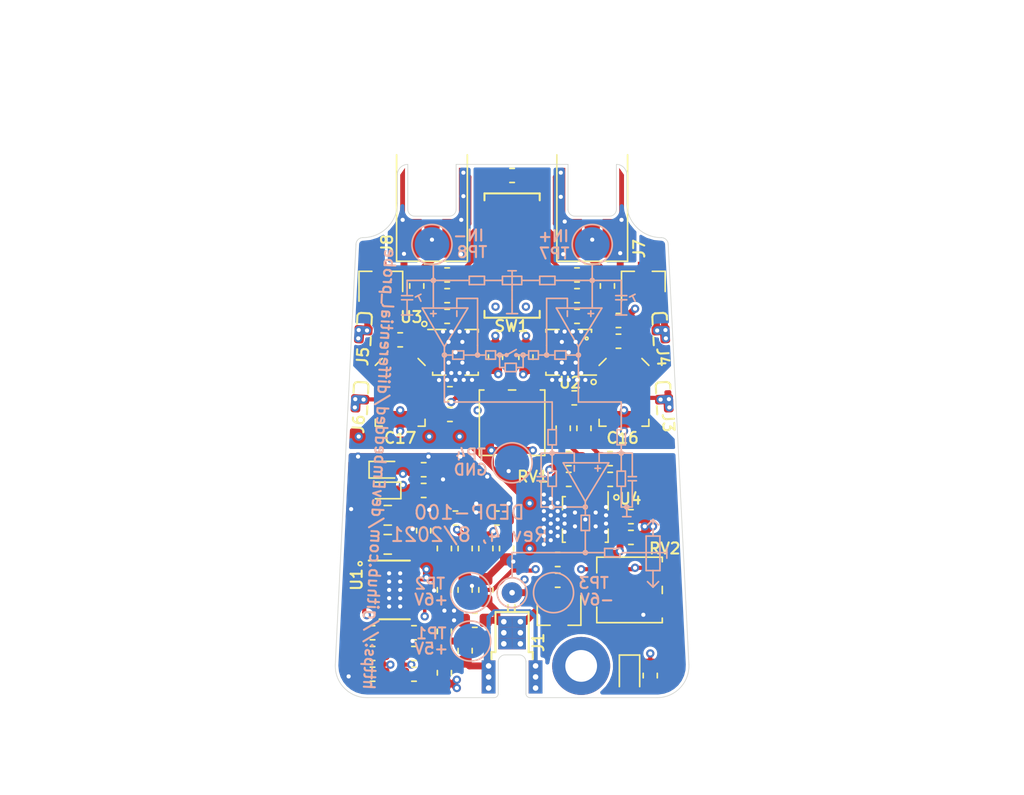
<source format=kicad_pcb>
(kicad_pcb (version 20171130) (host pcbnew 5.1.9-73d0e3b20d~88~ubuntu20.04.1)
  (layers (0 F.Cu signal) (1 In1.Cu power) (2 In2.Cu power) (31 B.Cu signal) (34 B.Paste user) (35 F.Paste user) (36 B.SilkS user) (37 F.SilkS user) (38 B.Mask user) (39 F.Mask user) (44 Edge.Cuts user))
  (net 0 "")
  (net 1 GND)
  (net 2 "Net-(C2-Pad1)")
  (net 3 "Net-(C8-Pad1)")
  (net 4 "Net-(C9-Pad1)")
  (net 5 "Net-(C19-Pad2)")
  (net 6 "Net-(U1-Pad4)")
  (net 7 "Net-(C4-Pad2)")
  (net 8 "Net-(C4-Pad1)")
  (net 9 "Net-(C5-Pad2)")
  (net 10 "Net-(C5-Pad1)")
  (net 11 +6V)
  (net 12 -6V)
  (net 13 "Net-(C19-Pad1)")
  (net 14 "Net-(D1-Pad1)")
  (net 15 "Net-(D2-Pad2)")
  (net 16 "Net-(R1-Pad2)")
  (net 17 "Net-(R12-Pad2)")
  (net 18 "Net-(R13-Pad2)")
  (net 19 "Net-(U2-Pad8)")
  (net 20 "Net-(U2-Pad5)")
  (net 21 "Net-(U2-Pad1)")
  (net 22 "Net-(U3-Pad8)")
  (net 23 "Net-(U3-Pad5)")
  (net 24 "Net-(U3-Pad1)")
  (net 25 "Net-(U4-Pad8)")
  (net 26 "Net-(U4-Pad5)")
  (net 27 "Net-(U4-Pad1)")
  (net 28 "Net-(C26-Pad1)")
  (net 29 /CONN_IN+)
  (net 30 /IN+)
  (net 31 /CONN_IN-)
  (net 32 /IN-)
  (net 33 +5V)
  (net 34 /OUT)
  (net 35 "Net-(D3-Pad2)")
  (net 36 "Net-(C1-Pad2)")
  (net 37 "Net-(C1-Pad1)")
  (net 38 GNDA)
  (net 39 "Net-(C11-Pad2)")
  (net 40 "Net-(C11-Pad1)")
  (net 41 "Net-(R11-Pad1)")
  (net 42 "Net-(R16-Pad2)")
  (net 43 "Net-(R17-Pad2)")
  (net 44 "Net-(R23-Pad1)")
  (net 45 "Net-(C18-Pad2)")
  (net 46 /OFFSET_TRIM)
  (net 47 "Net-(D4-Pad3)")
  (net 48 "Net-(D5-Pad3)")
  (net 49 "Net-(D6-Pad3)")
  (module oscilloscope-probes:C_Trimmer_Knowles_JZ_JR (layer F.Cu) (at 75.9 129.9 270)
    (fp_text reference C17 (at 3.3 0 180) (layer F.SilkS) (effects (font (size 0.8 0.8))))
    (fp_text value 4.5-20pF)
    (pad 1 smd rect (at -1.9 0 270) (size 1.2 1.4) (layers F.Cu F.Paste F.Mask) (net 32 /IN-))
    (pad 2 smd rect (at 1.95 0 270) (size 1.2 1.4) (layers F.Cu F.Paste F.Mask) (net 38 GNDA))
  )
  (module oscilloscope-probes:C_Trimmer_Knowles_JZ_JR (layer F.Cu) (at 92.1 129.9 270)
    (fp_text reference C16 (at 3.3 0.1 180) (layer F.SilkS) (effects (font (size 0.8 0.8))))
    (fp_text value 4.5-20pF)
    (pad 2 smd rect (at 1.95 0 270) (size 1.2 1.4) (layers F.Cu F.Paste F.Mask) (net 38 GNDA))
    (pad 1 smd rect (at -1.9 0 270) (size 1.2 1.4) (layers F.Cu F.Paste F.Mask) (net 30 /IN+))
  )
  (module Package_DFN_QFN:DFN-12-1EP_3x4mm_P0.5mm_EP1.7x3.3mm (layer F.Cu) (at 75.5 144.2)
    (fp_text reference U1 hide)
    (fp_text value R1283K001C)
    (fp_text user %R (at -2.75 -0.75 90) (layer F.SilkS) (effects (font (size 0.8 0.8))))
    (pad 13 smd rect (at 0 0) (size 1.5 3.3) (layers F.Cu F.Mask) (net 1 GND))
    (pad 12 smd rect (at 1.45 -1.25) (size 0.7 0.25) (layers F.Cu F.Paste F.Mask) (net 1 GND))
    (pad 11 smd rect (at 1.45 -0.75) (size 0.7 0.25) (layers F.Cu F.Paste F.Mask) (net 28 "Net-(C26-Pad1)"))
    (pad 10 smd rect (at 1.45 -0.25) (size 0.7 0.25) (layers F.Cu F.Paste F.Mask) (net 1 GND))
    (pad 9 smd rect (at 1.45 0.25) (size 0.7 0.25) (layers F.Cu F.Paste F.Mask) (net 7 "Net-(C4-Pad2)"))
    (pad 8 smd rect (at 1.45 0.75) (size 0.7 0.25) (layers F.Cu F.Paste F.Mask) (net 28 "Net-(C26-Pad1)"))
    (pad 7 smd rect (at 1.45 1.25) (size 0.7 0.25) (layers F.Cu F.Paste F.Mask) (net 16 "Net-(R1-Pad2)"))
    (pad 6 smd rect (at -1.45 1.25) (size 0.7 0.25) (layers F.Cu F.Paste F.Mask) (net 9 "Net-(C5-Pad2)"))
    (pad 5 smd rect (at -1.45 0.75) (size 0.7 0.25) (layers F.Cu F.Paste F.Mask) (net 28 "Net-(C26-Pad1)"))
    (pad 4 smd rect (at -1.45 0.25) (size 0.7 0.25) (layers F.Cu F.Paste F.Mask) (net 6 "Net-(U1-Pad4)"))
    (pad 3 smd rect (at -1.45 -0.25) (size 0.7 0.25) (layers F.Cu F.Paste F.Mask) (net 14 "Net-(D1-Pad1)"))
    (pad 2 smd rect (at -1.45 -0.75) (size 0.7 0.25) (layers F.Cu F.Paste F.Mask) (net 15 "Net-(D2-Pad2)"))
    (pad 1 smd rect (at -1.45 -1.25) (size 0.7 0.25) (layers F.Cu F.Paste F.Mask))
  )
  (module TestPoint:TestPoint_Pad_D2.5mm (layer B.Cu) (at 78.2 119.2)
    (fp_text reference TP8 (at 2.9 0.55) (layer B.SilkS) (effects (font (size 0.8 0.8)) (justify mirror)))
    (fp_text value IN- (at 2.65 -0.65) (layer B.SilkS) (effects (font (size 0.8 0.8)) (justify mirror)))
    (pad 1 smd circle (at 0 0) (size 2.5 2.5) (layers B.Cu B.Mask) (net 31 /CONN_IN-))
  )
  (module TestPoint:TestPoint_Pad_D2.5mm (layer B.Cu) (at 89.8 119.2)
    (fp_text reference TP7 (at -2.75 0.65) (layer B.SilkS) (effects (font (size 0.8 0.8)) (justify mirror)))
    (fp_text value IN+ (at -2.8 -0.6) (layer B.SilkS) (effects (font (size 0.8 0.8)) (justify mirror)))
    (pad 1 smd circle (at 0 0) (size 2.5 2.5) (layers B.Cu B.Mask) (net 29 /CONN_IN+))
  )
  (module oscilloscope-probes:MMCX_Molex_73415-0961_Horizontal_1.6mm-PCB (layer F.Cu) (at 78.2 116.4 270)
    (fp_text reference J8 (at 2.75 3.25 270) (layer F.SilkS) (effects (font (size 0.8 0.8))))
    (fp_text value IN-)
    (pad 2 smd custom (at 2.35 1.525 270) (size 2.8 1.55) (layers F.Cu F.Paste F.Mask) (net 38 GNDA) (options (clearance outline) (anchor rect)) (primitives (gr_poly (pts (xy -5.1 0.425) (xy -4.6 0.775) (xy -1.4 0.775) (xy -1.4 0.425)) (width 0))))
    (pad 2 smd custom (at 2.35 -1.525 270) (size 2.8 1.55) (layers F.Cu F.Paste F.Mask) (net 38 GNDA) (options (clearance outline) (anchor rect)) (primitives (gr_poly (pts (xy -5.1 -0.775) (xy -5.1 -0.425) (xy -1.4 -0.425) (xy -1.4 -0.775)) (width 0))))
    (pad 1 smd rect (at 2.45 0 270) (size 2.6 1.1) (layers F.Cu F.Paste F.Mask) (net 31 /CONN_IN-))
  )
  (module oscilloscope-probes:MMCX_Molex_73415-0961_Horizontal_1.6mm-PCB (layer F.Cu) (at 89.8 116.4 270)
    (fp_text reference J7 (at 3.1 -3.4 270) (layer F.SilkS) (effects (font (size 0.8 0.8))))
    (fp_text value IN+)
    (pad 2 smd custom (at 2.35 1.525 270) (size 2.8 1.55) (layers F.Cu F.Paste F.Mask) (net 38 GNDA) (options (clearance outline) (anchor rect)) (primitives (gr_poly (pts (xy -5.1 0.425) (xy -5.1 0.775) (xy -1.4 0.775) (xy -1.4 0.425)) (width 0))))
    (pad 2 smd custom (at 2.35 -1.525 270) (size 2.8 1.55) (layers F.Cu F.Paste F.Mask) (net 38 GNDA) (options (clearance outline) (anchor rect)) (primitives (gr_poly (pts (xy -4.6 -0.775) (xy -5.1 -0.425) (xy -1.4 -0.425) (xy -1.4 -0.775)) (width 0))))
    (pad 1 smd rect (at 2.45 0 270) (size 2.6 1.1) (layers F.Cu F.Paste F.Mask) (net 29 /CONN_IN+))
  )
  (module Potentiometer_SMD:Potentiometer_Bourns_3314J_Vertical (layer F.Cu) (at 92.5 144.2 270)
    (fp_text reference RV2 (at -3 -2.55) (layer F.SilkS) (effects (font (size 0.8 0.8))))
    (fp_text value 25k)
    (pad 3 smd rect (at -1.15 -2 270) (size 1.3 2) (layers F.Cu F.Paste F.Mask) (net 11 +6V))
    (pad 2 smd rect (at 0 2 270) (size 2 2) (layers F.Cu F.Paste F.Mask) (net 46 /OFFSET_TRIM))
    (pad 1 smd rect (at 1.15 -2 270) (size 1.3 2) (layers F.Cu F.Paste F.Mask) (net 12 -6V))
  )
  (module Potentiometer_SMD:Potentiometer_Bourns_3314J_Vertical (layer F.Cu) (at 84 132.1)
    (fp_text reference RV1 (at 1.5 3.9 180) (layer F.SilkS) (effects (font (size 0.8 0.8))))
    (fp_text value 25k)
    (pad 3 smd rect (at -1.25 -2) (size 1.1 2) (layers F.Cu F.Paste F.Mask) (net 18 "Net-(R13-Pad2)"))
    (pad 2 smd rect (at 0 2) (size 2 2) (layers F.Cu F.Paste F.Mask) (net 38 GNDA))
    (pad 1 smd rect (at 1.25 -2) (size 1.1 2) (layers F.Cu F.Paste F.Mask) (net 17 "Net-(R12-Pad2)"))
  )
  (module oscilloscope-probes:TRIAX_SOLDER (layer F.Cu) (at 84 148.9 90)
    (fp_text reference J1 (at 0.9 1.9 270) (layer F.SilkS) (effects (font (size 0.8 0.8))))
    (fp_text value Conn_Triaxial)
    (pad 2 thru_hole rect (at 0.8 -0.6 270) (size 0.8 1) (drill 0.4 (offset 0 -0.1)) (layers *.Cu *.Mask) (net 38 GNDA))
    (pad 2 thru_hole rect (at 1.6 -0.6 270) (size 0.8 1) (drill 0.4 (offset 0 -0.1)) (layers *.Cu *.Mask) (net 38 GNDA))
    (pad 2 thru_hole rect (at 2.4 -0.6 270) (size 0.8 1) (drill 0.4 (offset 0 -0.1)) (layers *.Cu *.Mask) (net 38 GNDA))
    (pad 2 thru_hole rect (at 2.4 0.6 90) (size 0.8 1) (drill 0.4 (offset 0 -0.1)) (layers *.Cu *.Mask) (net 38 GNDA))
    (pad 2 thru_hole rect (at 1.6 0.6 90) (size 0.8 1) (drill 0.4 (offset 0 -0.1)) (layers *.Cu *.Mask) (net 38 GNDA))
    (pad 3 thru_hole rect (at -0.8 1.7 90) (size 0.8 1) (drill 0.4) (layers *.Cu *.Mask) (net 33 +5V))
    (pad 3 thru_hole rect (at -1.6 1.7 90) (size 0.8 1) (drill 0.4) (layers *.Cu *.Mask) (net 33 +5V))
    (pad 3 thru_hole rect (at -2.4 1.7 90) (size 0.8 1) (drill 0.4) (layers *.Cu *.Mask) (net 33 +5V))
    (pad 3 thru_hole rect (at -0.8 -1.7 90) (size 0.8 1) (drill 0.4) (layers *.Cu *.Mask) (net 33 +5V))
    (pad 3 thru_hole rect (at -1.6 -1.7 90) (size 0.8 1) (drill 0.4) (layers *.Cu *.Mask) (net 33 +5V))
    (pad 3 thru_hole rect (at -2.4 -1.7 90) (size 0.8 1) (drill 0.4) (layers *.Cu *.Mask) (net 33 +5V))
    (pad 1 thru_hole circle (at 4.5 0 90) (size 1.5 1.5) (drill 0.4) (layers *.Cu *.Mask) (net 34 /OUT))
    (pad 2 thru_hole rect (at 0.8 0.6 90) (size 0.8 1) (drill 0.4 (offset 0 -0.1)) (layers *.Cu *.Mask) (net 38 GNDA))
  )
  (module oscilloscope-probes:JS202011JCQN (layer F.Cu) (at 84 120 270)
    (fp_text reference SW1 (at 5.1 0.05 180) (layer F.SilkS) (effects (font (size 0.8 0.8))))
    (fp_text value GAIN)
    (pad 4 smd roundrect (at 2.5 1.5 270) (size 1 2) (layers F.Cu F.Paste F.Mask))
    (pad 3 smd roundrect (at 0 0.5 270) (size 1 4) (layers F.Cu F.Paste F.Mask))
    (pad 1 smd roundrect (at -2.5 1.5 270) (size 1 2) (layers F.Cu F.Paste F.Mask) (net 43 "Net-(R17-Pad2)"))
    (pad 4 smd roundrect (at 2.5 -1.5 270) (size 1 2) (layers F.Cu F.Paste F.Mask))
    (pad 3 smd roundrect (at 0 -1.5 270) (size 1 2) (layers F.Cu F.Paste F.Mask))
    (pad 2 smd roundrect (at -2.5 -1.5 270) (size 1 2) (layers F.Cu F.Paste F.Mask) (net 42 "Net-(R16-Pad2)"))
  )
  (module Resistor_SMD:R_0603_1608Metric (layer F.Cu) (at 94 150.4 90)
    (fp_text reference R8 hide)
    (fp_text value 5.1k)
    (pad 2 smd roundrect (at 0.7875 0 90) (size 0.875 0.95) (layers F.Cu F.Paste F.Mask) (net 38 GNDA))
    (pad 1 smd roundrect (at -0.7875 0 90) (size 0.875 0.95) (layers F.Cu F.Paste F.Mask) (net 35 "Net-(D3-Pad2)"))
  )
  (module Resistor_SMD:R_0603_1608Metric (layer F.Cu) (at 87.3 143.5 180)
    (fp_text reference R7 hide)
    (fp_text value 1k)
    (pad 2 smd roundrect (at 0.7875 0 180) (size 0.875 0.95) (layers F.Cu F.Paste F.Mask) (net 34 /OUT))
    (pad 1 smd roundrect (at -0.7875 0 180) (size 0.875 0.95) (layers F.Cu F.Paste F.Mask) (net 46 /OFFSET_TRIM))
  )
  (module Resistor_SMD:R_0603_1608Metric (layer F.Cu) (at 84 114.2 180)
    (fp_text reference R4 hide)
    (fp_text value 22k)
    (pad 2 smd roundrect (at 0.7875 0 180) (size 0.875 0.95) (layers F.Cu F.Paste F.Mask) (net 43 "Net-(R17-Pad2)"))
    (pad 1 smd roundrect (at -0.7875 0 180) (size 0.875 0.95) (layers F.Cu F.Paste F.Mask) (net 42 "Net-(R16-Pad2)"))
  )
  (module Package_TO_SOT_SMD:SOT-23 (layer F.Cu) (at 87.4 146 270)
    (fp_text reference D6 hide)
    (fp_text value PESD5V0X1B)
    (pad 3 smd rect (at 1 0 270) (size 0.9 0.8) (layers F.Cu F.Paste F.Mask) (net 49 "Net-(D6-Pad3)"))
    (pad 2 smd rect (at -1 0.95 270) (size 0.9 0.8) (layers F.Cu F.Paste F.Mask) (net 38 GNDA))
    (pad 1 smd rect (at -1 -0.95 270) (size 0.9 0.8) (layers F.Cu F.Paste F.Mask) (net 34 /OUT))
  )
  (module Package_TO_SOT_SMD:SOT-23 (layer F.Cu) (at 74.5 121.9 90)
    (fp_text reference D5 hide)
    (fp_text value PESD5V0X1B)
    (pad 3 smd rect (at 1 0 90) (size 0.9 0.8) (layers F.Cu F.Paste F.Mask) (net 48 "Net-(D5-Pad3)"))
    (pad 2 smd rect (at -1 0.95 90) (size 0.9 0.8) (layers F.Cu F.Paste F.Mask) (net 32 /IN-))
    (pad 1 smd rect (at -1 -0.95 90) (size 0.9 0.8) (layers F.Cu F.Paste F.Mask) (net 38 GNDA))
  )
  (module Package_TO_SOT_SMD:SOT-23 (layer F.Cu) (at 93.5 121.9 90)
    (fp_text reference D4 hide)
    (fp_text value PESD5V0X1B)
    (pad 3 smd rect (at 1 0 90) (size 0.9 0.8) (layers F.Cu F.Paste F.Mask) (net 47 "Net-(D4-Pad3)"))
    (pad 2 smd rect (at -1 0.95 90) (size 0.9 0.8) (layers F.Cu F.Paste F.Mask) (net 38 GNDA))
    (pad 1 smd rect (at -1 -0.95 90) (size 0.9 0.8) (layers F.Cu F.Paste F.Mask) (net 30 /IN+))
  )
  (module LED_SMD:LED_0603_1608Metric (layer F.Cu) (at 92.5 150.4 270)
    (fp_text reference D3 hide)
    (fp_text value RED)
    (pad 2 smd roundrect (at 0.7875 0 270) (size 0.875 0.95) (layers F.Cu F.Paste F.Mask) (net 35 "Net-(D3-Pad2)"))
    (pad 1 smd roundrect (at -0.7875 0 270) (size 0.875 0.95) (layers F.Cu F.Paste F.Mask) (net 12 -6V))
  )
  (module Capacitor_SMD:C_0603_1608Metric (layer F.Cu) (at 88.1 136.2)
    (fp_text reference C18 hide)
    (fp_text value 6pF)
    (pad 2 smd roundrect (at 0.7875 0) (size 0.875 0.95) (layers F.Cu F.Paste F.Mask) (net 45 "Net-(C18-Pad2)"))
    (pad 1 smd roundrect (at -0.7875 0) (size 0.875 0.95) (layers F.Cu F.Paste F.Mask) (net 38 GNDA))
  )
  (module Capacitor_SMD:C_0603_1608Metric (layer F.Cu) (at 79.5 130 180)
    (fp_text reference C21 hide)
    (fp_text value 100nF)
    (pad 2 smd roundrect (at 0.7875 0 180) (size 0.875 0.95) (layers F.Cu F.Paste F.Mask) (net 12 -6V))
    (pad 1 smd roundrect (at -0.7875 0 180) (size 0.875 0.95) (layers F.Cu F.Paste F.Mask) (net 38 GNDA))
  )
  (module Capacitor_SMD:C_0603_1608Metric (layer F.Cu) (at 82.8 127.35 270)
    (fp_text reference C20 hide)
    (fp_text value 100nF)
    (pad 2 smd roundrect (at 0.7875 0 270) (size 0.875 0.95) (layers F.Cu F.Paste F.Mask) (net 38 GNDA))
    (pad 1 smd roundrect (at -0.7875 0 270) (size 0.875 0.95) (layers F.Cu F.Paste F.Mask) (net 11 +6V))
  )
  (module Inductor_SMD:L_0805_2012Metric_Pad1.15x1.40mm_HandSolder (layer F.Cu) (at 75 138.8 180)
    (fp_text reference L4 hide)
    (fp_text value 4.7µH)
    (pad 2 smd roundrect (at 1.025 0 180) (size 1.15 1.4) (layers F.Cu F.Paste F.Mask) (roundrect_rratio 0.217391) (net 14 "Net-(D1-Pad1)"))
    (pad 1 smd roundrect (at -1.025 0 180) (size 1.15 1.4) (layers F.Cu F.Paste F.Mask) (roundrect_rratio 0.217391) (net 1 GND))
  )
  (module Inductor_SMD:L_0805_2012Metric_Pad1.15x1.40mm_HandSolder (layer F.Cu) (at 75 140.9 180)
    (fp_text reference L3 hide)
    (fp_text value 4.7µH)
    (pad 2 smd roundrect (at 1.025 0 180) (size 1.15 1.4) (layers F.Cu F.Paste F.Mask) (roundrect_rratio 0.217391) (net 15 "Net-(D2-Pad2)"))
    (pad 1 smd roundrect (at -1.025 0 180) (size 1.15 1.4) (layers F.Cu F.Paste F.Mask) (roundrect_rratio 0.217391) (net 28 "Net-(C26-Pad1)"))
  )
  (module Capacitor_SMD:C_0603_1608Metric (layer F.Cu) (at 85 127.35 270)
    (fp_text reference C22 hide)
    (fp_text value 100nF)
    (pad 2 smd roundrect (at 0.7875 0 270) (size 0.875 0.95) (layers F.Cu F.Paste F.Mask) (net 38 GNDA))
    (pad 1 smd roundrect (at -0.7875 0 270) (size 0.875 0.95) (layers F.Cu F.Paste F.Mask) (net 11 +6V))
  )
  (module oscilloscope-probes:TE_2306454_RIGHT (layer F.Cu) (at 94.95 125.4 273)
    (fp_text reference J4 (at 1.944711 0.151987 93) (layer F.SilkS) (effects (font (size 0.8 0.8))))
    (fp_text value Spring+G)
    (pad 1 smd roundrect (at 0.85 -0.1 93) (size 0.2 0.5) (layers F.Cu F.Paste F.Mask) (net 38 GNDA))
    (pad 1 smd roundrect (at 0.3 -0.1 93) (size 0.2 0.5) (layers F.Cu F.Paste F.Mask) (net 38 GNDA))
    (pad 1 smd roundrect (at 0 0.75 3) (size 0.2 0.5) (layers F.Cu F.Paste F.Mask) (net 38 GNDA))
    (pad 1 smd roundrect (at -0.3 -0.1 273) (size 0.7 0.5) (layers F.Cu F.Paste F.Mask) (net 38 GNDA))
    (pad 1 smd roundrect (at 0 0.2 3) (size 1.3 0.7) (layers F.Cu F.Paste F.Mask) (net 38 GNDA))
    (pad 1 smd roundrect (at 0.3 -0.1 273) (size 1.3 0.7) (layers F.Cu F.Paste F.Mask) (net 38 GNDA))
    (pad 1 smd rect (at 0 0.15 273) (size 0.6 0.6) (layers B.Cu) (net 38 GNDA))
    (pad 1 smd rect (at 0.3 -0.15 273) (size 0.6 0.6) (layers B.Cu) (net 38 GNDA))
    (pad 1 thru_hole circle (at 0 -0.15 273) (size 0.6 0.6) (drill 0.3) (layers *.Cu *.Mask) (net 38 GNDA))
    (pad 1 thru_hole circle (at 0 0.45 273) (size 0.6 0.6) (drill 0.3) (layers *.Cu *.Mask) (net 38 GNDA))
    (pad 1 thru_hole circle (at 0.6 -0.15 273) (size 0.6 0.6) (drill 0.3) (layers *.Cu *.Mask) (net 38 GNDA))
  )
  (module oscilloscope-probes:TE_2306454_RIGHT (layer F.Cu) (at 95.2 130.4 273)
    (fp_text reference J3 (at 1.702904 -0.010892 93) (layer F.SilkS) (effects (font (size 0.8 0.8))))
    (fp_text value Spring+S)
    (pad 1 smd roundrect (at 0.85 -0.1 93) (size 0.2 0.5) (layers F.Cu F.Paste F.Mask) (net 30 /IN+))
    (pad 1 smd roundrect (at 0.3 -0.1 93) (size 0.2 0.5) (layers F.Cu F.Paste F.Mask) (net 30 /IN+))
    (pad 1 smd roundrect (at 0 0.75 3) (size 0.2 0.5) (layers F.Cu F.Paste F.Mask) (net 30 /IN+))
    (pad 1 smd roundrect (at -0.3 -0.1 273) (size 0.7 0.5) (layers F.Cu F.Paste F.Mask) (net 30 /IN+))
    (pad 1 smd roundrect (at 0 0.2 3) (size 1.3 0.7) (layers F.Cu F.Paste F.Mask) (net 30 /IN+))
    (pad 1 smd roundrect (at 0.3 -0.1 273) (size 1.3 0.7) (layers F.Cu F.Paste F.Mask) (net 30 /IN+))
    (pad 1 smd rect (at 0 0.15 273) (size 0.6 0.6) (layers B.Cu) (net 30 /IN+))
    (pad 1 smd rect (at 0.3 -0.15 273) (size 0.6 0.6) (layers B.Cu) (net 30 /IN+))
    (pad 1 thru_hole circle (at 0 -0.15 273) (size 0.6 0.6) (drill 0.3) (layers *.Cu *.Mask) (net 30 /IN+))
    (pad 1 thru_hole circle (at 0 0.45 273) (size 0.6 0.6) (drill 0.3) (layers *.Cu *.Mask) (net 30 /IN+))
    (pad 1 thru_hole circle (at 0.6 -0.15 273) (size 0.6 0.6) (drill 0.3) (layers *.Cu *.Mask) (net 30 /IN+))
  )
  (module oscilloscope-probes:TE_2306454_LEFT (layer F.Cu) (at 72.8 130.4 87)
    (fp_text reference J6 (at -1.7923 0.194068 87) (layer F.SilkS) (effects (font (size 0.8 0.8))))
    (fp_text value Spring-S)
    (pad 1 smd roundrect (at 0 0.75 177) (size 0.2 0.5) (layers F.Cu F.Paste F.Mask) (net 32 /IN-))
    (pad 1 smd roundrect (at -0.85 -0.1 87) (size 0.2 0.5) (layers F.Cu F.Paste F.Mask) (net 32 /IN-))
    (pad 1 thru_hole circle (at -0.6 -0.15 87) (size 0.6 0.6) (drill 0.3) (layers *.Cu *.Mask) (net 32 /IN-))
    (pad 1 thru_hole circle (at 0 0.45 87) (size 0.6 0.6) (drill 0.3) (layers *.Cu *.Mask) (net 32 /IN-))
    (pad 1 thru_hole circle (at 0 -0.15 87) (size 0.6 0.6) (drill 0.3) (layers *.Cu *.Mask) (net 32 /IN-))
    (pad 1 smd rect (at -0.3 -0.15 87) (size 0.6 0.6) (layers B.Cu) (net 32 /IN-))
    (pad 1 smd rect (at 0 0.15 87) (size 0.6 0.6) (layers B.Cu) (net 32 /IN-))
    (pad 1 smd roundrect (at -0.3 -0.1 87) (size 1.3 0.7) (layers F.Cu F.Paste F.Mask) (net 32 /IN-))
    (pad 1 smd roundrect (at 0 0.2 357) (size 1.3 0.7) (layers F.Cu F.Paste F.Mask) (net 32 /IN-))
  )
  (module oscilloscope-probes:TE_2306454_LEFT (layer F.Cu) (at 73.05 125.4 87)
    (fp_text reference J5 (at -1.889546 0.249233 87) (layer F.SilkS) (effects (font (size 0.8 0.8))))
    (fp_text value Spring-G)
    (pad 1 smd roundrect (at 0 0.75 177) (size 0.2 0.5) (layers F.Cu F.Paste F.Mask) (net 38 GNDA))
    (pad 1 smd roundrect (at -0.85 -0.1 87) (size 0.2 0.5) (layers F.Cu F.Paste F.Mask) (net 38 GNDA))
    (pad 1 thru_hole circle (at -0.6 -0.15 87) (size 0.6 0.6) (drill 0.3) (layers *.Cu *.Mask) (net 38 GNDA))
    (pad 1 thru_hole circle (at 0 0.45 87) (size 0.6 0.6) (drill 0.3) (layers *.Cu *.Mask) (net 38 GNDA))
    (pad 1 thru_hole circle (at 0 -0.15 87) (size 0.6 0.6) (drill 0.3) (layers *.Cu *.Mask) (net 38 GNDA))
    (pad 1 smd rect (at -0.3 -0.15 87) (size 0.6 0.6) (layers B.Cu) (net 38 GNDA))
    (pad 1 smd rect (at 0 0.15 87) (size 0.6 0.6) (layers B.Cu) (net 38 GNDA))
    (pad 1 smd roundrect (at -0.3 -0.1 87) (size 1.3 0.7) (layers F.Cu F.Paste F.Mask) (net 38 GNDA))
    (pad 1 smd roundrect (at 0 0.2 357) (size 1.3 0.7) (layers F.Cu F.Paste F.Mask) (net 38 GNDA))
  )
  (module Resistor_SMD:R_0603_1608Metric (layer F.Cu) (at 91.7 126.2)
    (fp_text reference R23 hide)
    (fp_text value 110)
    (pad 2 smd roundrect (at 0.7875 0) (size 0.875 0.95) (layers F.Cu F.Paste F.Mask) (net 30 /IN+))
    (pad 1 smd roundrect (at -0.7875 0) (size 0.875 0.95) (layers F.Cu F.Paste F.Mask) (net 44 "Net-(R23-Pad1)"))
  )
  (module Resistor_SMD:R_0603_1608Metric (layer F.Cu) (at 75.9 126.1 180)
    (fp_text reference R11 hide)
    (fp_text value 110)
    (pad 2 smd roundrect (at 0.7875 0 180) (size 0.875 0.95) (layers F.Cu F.Paste F.Mask) (net 32 /IN-))
    (pad 1 smd roundrect (at -0.7875 0 180) (size 0.875 0.95) (layers F.Cu F.Paste F.Mask) (net 41 "Net-(R11-Pad1)"))
  )
  (module Inductor_SMD:L_0603_1608Metric (layer F.Cu) (at 81.3 146.4 180)
    (fp_text reference L9 hide)
    (fp_text value BLM18KG102)
    (pad 2 smd roundrect (at 0.7875 0 180) (size 0.875 0.95) (layers F.Cu F.Paste F.Mask) (net 1 GND))
    (pad 1 smd roundrect (at -0.7875 0 180) (size 0.875 0.95) (layers F.Cu F.Paste F.Mask) (net 38 GNDA))
  )
  (module Capacitor_SMD:C_0603_1608Metric (layer F.Cu) (at 79.3 122.9 180)
    (fp_text reference C11 hide)
    (fp_text value 6pF)
    (pad 2 smd roundrect (at 0.7875 0 180) (size 0.875 0.95) (layers F.Cu F.Paste F.Mask) (net 39 "Net-(C11-Pad2)"))
    (pad 1 smd roundrect (at -0.7875 0 180) (size 0.875 0.95) (layers F.Cu F.Paste F.Mask) (net 40 "Net-(C11-Pad1)"))
  )
  (module Capacitor_SMD:C_0603_1608Metric (layer F.Cu) (at 88.7 122.9 180)
    (fp_text reference C1 hide)
    (fp_text value 6pF)
    (pad 2 smd roundrect (at 0.7875 0 180) (size 0.875 0.95) (layers F.Cu F.Paste F.Mask) (net 36 "Net-(C1-Pad2)"))
    (pad 1 smd roundrect (at -0.7875 0 180) (size 0.875 0.95) (layers F.Cu F.Paste F.Mask) (net 37 "Net-(C1-Pad1)"))
  )
  (module MountingHole:MountingHole_2.2mm_M2_DIN965_Pad (layer F.Cu) (at 89 149.7 270)
    (fp_text reference H1 hide)
    (fp_text value 2.2mm)
    (pad 1 thru_hole circle (at 0 0 270) (size 4.2 4.2) (drill 2.3) (layers *.Cu *.Mask) (net 38 GNDA))
  )
  (module Resistor_SMD:R_0603_1608Metric (layer F.Cu) (at 88.5 130.3 180)
    (fp_text reference R12 hide)
    (fp_text value 487k)
    (pad 2 smd roundrect (at 0.7875 0 180) (size 0.875 0.95) (layers F.Cu F.Paste F.Mask) (net 17 "Net-(R12-Pad2)"))
    (pad 1 smd roundrect (at -0.7875 0 180) (size 0.875 0.95) (layers F.Cu F.Paste F.Mask) (net 30 /IN+))
  )
  (module Inductor_SMD:L_0603_1608Metric (layer F.Cu) (at 83.6 141.2 270)
    (fp_text reference L8 hide)
    (fp_text value MMZ1608B601)
    (pad 2 smd roundrect (at 0.7875 0 270) (size 0.875 0.95) (layers F.Cu F.Paste F.Mask) (net 12 -6V))
    (pad 1 smd roundrect (at -0.7875 0 270) (size 0.875 0.95) (layers F.Cu F.Paste F.Mask) (net 4 "Net-(C9-Pad1)"))
  )
  (module Inductor_SMD:L_0603_1608Metric (layer F.Cu) (at 79.1 141.2 270)
    (fp_text reference L7 hide)
    (fp_text value MMZ1608B601)
    (pad 2 smd roundrect (at 0.7875 0 270) (size 0.875 0.95) (layers F.Cu F.Paste F.Mask) (net 11 +6V))
    (pad 1 smd roundrect (at -0.7875 0 270) (size 0.875 0.95) (layers F.Cu F.Paste F.Mask) (net 3 "Net-(C8-Pad1)"))
  )
  (module Inductor_SMD:L_0603_1608Metric (layer F.Cu) (at 80.6 148.6 90)
    (fp_text reference L1 hide)
    (fp_text value BLM18KG102)
    (pad 2 smd roundrect (at 0.7875 0 90) (size 0.875 0.95) (layers F.Cu F.Paste F.Mask) (net 2 "Net-(C2-Pad1)"))
    (pad 1 smd roundrect (at -0.7875 0 90) (size 0.875 0.95) (layers F.Cu F.Paste F.Mask) (net 33 +5V))
  )
  (module TestPoint:TestPoint_Pad_D2.5mm (layer B.Cu) (at 84 135)
    (fp_text reference TP4 (at -3 -0.6) (layer B.SilkS) (effects (font (size 0.8 0.8)) (justify mirror)))
    (fp_text value GND (at -3 0.5) (layer B.SilkS) (effects (font (size 0.8 0.8)) (justify mirror)))
    (pad 1 smd circle (at 0 0) (size 2.5 2.5) (layers B.Cu B.Mask) (net 38 GNDA))
  )
  (module TestPoint:TestPoint_Pad_D2.5mm (layer B.Cu) (at 87 144.4)
    (fp_text reference TP3 (at 2.9 -0.7) (layer B.SilkS) (effects (font (size 0.8 0.8)) (justify mirror)))
    (fp_text value -6V (at 3.15 0.5) (layer B.SilkS) (effects (font (size 0.8 0.8)) (justify mirror)))
    (pad 1 smd circle (at 0 0) (size 2.5 2.5) (layers B.Cu B.Mask) (net 12 -6V))
  )
  (module TestPoint:TestPoint_Pad_D2.5mm (layer B.Cu) (at 81 144.4)
    (fp_text reference TP2 (at -2.95 -0.65) (layer B.SilkS) (effects (font (size 0.8 0.8)) (justify mirror)))
    (fp_text value +6V (at -2.85 0.5) (layer B.SilkS) (effects (font (size 0.8 0.8)) (justify mirror)))
    (pad 1 smd circle (at 0 0) (size 2.5 2.5) (layers B.Cu B.Mask) (net 11 +6V))
  )
  (module TestPoint:TestPoint_Pad_D2.5mm (layer B.Cu) (at 81 147.9)
    (fp_text reference TP1 (at -2.85 -0.55) (layer B.SilkS) (effects (font (size 0.8 0.8)) (justify mirror)))
    (fp_text value +5V (at -2.85 0.55) (layer B.SilkS) (effects (font (size 0.8 0.8)) (justify mirror)))
    (pad 1 smd circle (at 0 0) (size 2.5 2.5) (layers B.Cu B.Mask) (net 33 +5V))
  )
  (module Resistor_SMD:R_0603_1608Metric (layer F.Cu) (at 79.3 124.4)
    (fp_text reference R15 hide)
    (fp_text value 220)
    (pad 2 smd roundrect (at 0.7875 0) (size 0.875 0.95) (layers F.Cu F.Paste F.Mask) (net 40 "Net-(C11-Pad1)"))
    (pad 1 smd roundrect (at -0.7875 0) (size 0.875 0.95) (layers F.Cu F.Paste F.Mask) (net 39 "Net-(C11-Pad2)"))
  )
  (module Capacitor_SMD:C_0603_1608Metric (layer F.Cu) (at 79.1 144.2 270)
    (fp_text reference C26 hide)
    (fp_text value 10µF)
    (pad 2 smd roundrect (at 0.7875 0 270) (size 0.875 0.95) (layers F.Cu F.Paste F.Mask) (net 1 GND))
    (pad 1 smd roundrect (at -0.7875 0 270) (size 0.875 0.95) (layers F.Cu F.Paste F.Mask) (net 28 "Net-(C26-Pad1)"))
  )
  (module Diode_SMD:D_SOD-523 (layer F.Cu) (at 74.8 137 180)
    (fp_text reference D2 hide)
    (fp_text value SBR1A20)
    (pad 1 smd rect (at -0.7 0) (size 0.6 0.7) (layers F.Cu F.Paste F.Mask) (net 8 "Net-(C4-Pad1)"))
    (pad 2 smd rect (at 0.7 0) (size 0.6 0.7) (layers F.Cu F.Paste F.Mask) (net 15 "Net-(D2-Pad2)"))
  )
  (module Diode_SMD:D_SOD-523 (layer F.Cu) (at 74.8 135.5)
    (fp_text reference D1 hide)
    (fp_text value SBR1A20)
    (pad 1 smd rect (at -0.7 0 180) (size 0.6 0.7) (layers F.Cu F.Paste F.Mask) (net 14 "Net-(D1-Pad1)"))
    (pad 2 smd rect (at 0.7 0 180) (size 0.6 0.7) (layers F.Cu F.Paste F.Mask) (net 10 "Net-(C5-Pad1)"))
  )
  (module Package_SON:Texas_S-PVSON-N8_ThermalVias (layer F.Cu) (at 89.3 139.1 270)
    (fp_text reference U4 (at -1.5 -3.25 180) (layer F.SilkS) (effects (font (size 0.8 0.8))))
    (fp_text value OPA659)
    (pad 8 smd oval (at 1.55 -0.975 270) (size 0.65 0.4) (layers F.Cu F.Paste F.Mask) (net 25 "Net-(U4-Pad8)"))
    (pad 7 smd oval (at 1.55 -0.325 270) (size 0.65 0.4) (layers F.Cu F.Paste F.Mask) (net 11 +6V))
    (pad 6 smd rect (at 1.75 0.325 270) (size 0.3 0.4) (layers F.Cu F.Paste F.Mask) (net 13 "Net-(C19-Pad1)"))
    (pad 5 smd rect (at 1.75 0.975 270) (size 0.3 0.4) (layers F.Cu F.Paste F.Mask) (net 26 "Net-(U4-Pad5)"))
    (pad 4 smd rect (at -1.75 0.975 270) (size 0.3 0.4) (layers F.Cu F.Paste F.Mask) (net 12 -6V))
    (pad 3 smd oval (at -1.55 0.325 270) (size 0.65 0.4) (layers F.Cu F.Paste F.Mask) (net 45 "Net-(C18-Pad2)"))
    (pad 2 smd rect (at -1.75 -0.325 270) (size 0.3 0.4) (layers F.Cu F.Paste F.Mask) (net 5 "Net-(C19-Pad2)"))
    (pad 1 smd rect (at -1.75 -0.975 270) (size 0.3 0.4) (layers F.Cu F.Paste F.Mask) (net 27 "Net-(U4-Pad1)"))
    (pad 9 smd rect (at 0 0 270) (size 1.65 2.4) (layers F.Cu F.Mask) (net 12 -6V))
    (pad 9 smd rect (at 0.45 0.625 270) (size 0.65 1) (layers F.Cu F.Paste F.Mask) (net 12 -6V))
    (pad 9 smd rect (at -0.45 0.625 270) (size 0.65 1) (layers F.Cu F.Paste F.Mask) (net 12 -6V))
    (pad 9 smd rect (at 0.45 -0.625 270) (size 0.65 1) (layers F.Cu F.Paste F.Mask) (net 12 -6V))
    (pad 9 smd rect (at -0.45 -0.625 270) (size 0.65 1) (layers F.Cu F.Paste F.Mask) (net 12 -6V))
    (pad 9 thru_hole circle (at 0.5 0.75 270) (size 0.6 0.6) (drill 0.3) (layers *.Cu) (net 12 -6V))
    (pad 9 thru_hole circle (at -0.5 0.75 270) (size 0.6 0.6) (drill 0.3) (layers *.Cu) (net 12 -6V))
    (pad 9 thru_hole circle (at 0.5 -0.75 270) (size 0.6 0.6) (drill 0.3) (layers *.Cu) (net 12 -6V))
    (pad 9 thru_hole circle (at -0.5 -0.75 270) (size 0.6 0.6) (drill 0.3) (layers *.Cu) (net 12 -6V))
    (pad 9 thru_hole circle (at 0 0 270) (size 0.6 0.6) (drill 0.3) (layers *.Cu) (net 12 -6V))
    (pad 8 smd rect (at 1.75 -0.975 270) (size 0.3 0.4) (layers F.Cu F.Paste F.Mask) (net 25 "Net-(U4-Pad8)"))
    (pad 7 smd rect (at 1.75 -0.325 270) (size 0.3 0.4) (layers F.Cu F.Paste F.Mask) (net 11 +6V))
    (pad 6 smd oval (at 1.55 0.325 270) (size 0.65 0.4) (layers F.Cu F.Paste F.Mask) (net 13 "Net-(C19-Pad1)"))
    (pad 5 smd oval (at 1.55 0.975 270) (size 0.65 0.4) (layers F.Cu F.Paste F.Mask) (net 26 "Net-(U4-Pad5)"))
    (pad 4 smd oval (at -1.55 0.975 270) (size 0.65 0.4) (layers F.Cu F.Paste F.Mask) (net 12 -6V))
    (pad 3 smd rect (at -1.75 0.325 270) (size 0.3 0.4) (layers F.Cu F.Paste F.Mask) (net 45 "Net-(C18-Pad2)"))
    (pad 2 smd oval (at -1.55 -0.325 270) (size 0.65 0.4) (layers F.Cu F.Paste F.Mask) (net 5 "Net-(C19-Pad2)"))
    (pad 1 smd oval (at -1.55 -0.975 270) (size 0.65 0.4) (layers F.Cu F.Paste F.Mask) (net 27 "Net-(U4-Pad1)"))
    (pad 9 smd rect (at 0 0 270) (size 1.65 2.4) (layers B.Cu) (net 12 -6V))
  )
  (module Package_SON:Texas_S-PVSON-N8_ThermalVias (layer F.Cu) (at 79.9 127)
    (fp_text reference U3 (at -3.2 -2.55 180) (layer F.SilkS) (effects (font (size 0.8 0.8))))
    (fp_text value OPA659)
    (pad 8 smd oval (at 1.55 -0.975) (size 0.65 0.4) (layers F.Cu F.Paste F.Mask) (net 22 "Net-(U3-Pad8)"))
    (pad 7 smd oval (at 1.55 -0.325) (size 0.65 0.4) (layers F.Cu F.Paste F.Mask) (net 11 +6V))
    (pad 6 smd rect (at 1.75 0.325) (size 0.3 0.4) (layers F.Cu F.Paste F.Mask) (net 40 "Net-(C11-Pad1)"))
    (pad 5 smd rect (at 1.75 0.975) (size 0.3 0.4) (layers F.Cu F.Paste F.Mask) (net 23 "Net-(U3-Pad5)"))
    (pad 4 smd rect (at -1.75 0.975) (size 0.3 0.4) (layers F.Cu F.Paste F.Mask) (net 12 -6V))
    (pad 3 smd oval (at -1.55 0.325) (size 0.65 0.4) (layers F.Cu F.Paste F.Mask) (net 41 "Net-(R11-Pad1)"))
    (pad 2 smd rect (at -1.75 -0.325) (size 0.3 0.4) (layers F.Cu F.Paste F.Mask) (net 39 "Net-(C11-Pad2)"))
    (pad 1 smd rect (at -1.75 -0.975) (size 0.3 0.4) (layers F.Cu F.Paste F.Mask) (net 24 "Net-(U3-Pad1)"))
    (pad 9 smd rect (at 0 0) (size 1.65 2.4) (layers F.Cu F.Mask) (net 12 -6V))
    (pad 9 smd rect (at 0.45 0.625) (size 0.65 1) (layers F.Cu F.Paste F.Mask) (net 12 -6V))
    (pad 9 smd rect (at -0.45 0.625) (size 0.65 1) (layers F.Cu F.Paste F.Mask) (net 12 -6V))
    (pad 9 smd rect (at 0.45 -0.625) (size 0.65 1) (layers F.Cu F.Paste F.Mask) (net 12 -6V))
    (pad 9 smd rect (at -0.45 -0.625) (size 0.65 1) (layers F.Cu F.Paste F.Mask) (net 12 -6V))
    (pad 9 thru_hole circle (at 0.5 0.75) (size 0.6 0.6) (drill 0.3) (layers *.Cu) (net 12 -6V))
    (pad 9 thru_hole circle (at -0.5 0.75) (size 0.6 0.6) (drill 0.3) (layers *.Cu) (net 12 -6V))
    (pad 9 thru_hole circle (at 0.5 -0.75) (size 0.6 0.6) (drill 0.3) (layers *.Cu) (net 12 -6V))
    (pad 9 thru_hole circle (at -0.5 -0.75) (size 0.6 0.6) (drill 0.3) (layers *.Cu) (net 12 -6V))
    (pad 9 thru_hole circle (at 0 0) (size 0.6 0.6) (drill 0.3) (layers *.Cu) (net 12 -6V))
    (pad 8 smd rect (at 1.75 -0.975) (size 0.3 0.4) (layers F.Cu F.Paste F.Mask) (net 22 "Net-(U3-Pad8)"))
    (pad 7 smd rect (at 1.75 -0.325) (size 0.3 0.4) (layers F.Cu F.Paste F.Mask) (net 11 +6V))
    (pad 6 smd oval (at 1.55 0.325) (size 0.65 0.4) (layers F.Cu F.Paste F.Mask) (net 40 "Net-(C11-Pad1)"))
    (pad 5 smd oval (at 1.55 0.975) (size 0.65 0.4) (layers F.Cu F.Paste F.Mask) (net 23 "Net-(U3-Pad5)"))
    (pad 4 smd oval (at -1.55 0.975) (size 0.65 0.4) (layers F.Cu F.Paste F.Mask) (net 12 -6V))
    (pad 3 smd rect (at -1.75 0.325) (size 0.3 0.4) (layers F.Cu F.Paste F.Mask) (net 41 "Net-(R11-Pad1)"))
    (pad 2 smd oval (at -1.55 -0.325) (size 0.65 0.4) (layers F.Cu F.Paste F.Mask) (net 39 "Net-(C11-Pad2)"))
    (pad 1 smd oval (at -1.55 -0.975) (size 0.65 0.4) (layers F.Cu F.Paste F.Mask) (net 24 "Net-(U3-Pad1)"))
    (pad 9 smd rect (at 0 0) (size 1.65 2.4) (layers B.Cu) (net 12 -6V))
  )
  (module Package_SON:Texas_S-PVSON-N8_ThermalVias (layer F.Cu) (at 88.1 127 180)
    (fp_text reference U2 (at -0.1 -2.2 180) (layer F.SilkS) (effects (font (size 0.8 0.8))))
    (fp_text value OPA659)
    (pad 8 smd oval (at 1.55 -0.975 180) (size 0.65 0.4) (layers F.Cu F.Paste F.Mask) (net 19 "Net-(U2-Pad8)"))
    (pad 7 smd oval (at 1.55 -0.325 180) (size 0.65 0.4) (layers F.Cu F.Paste F.Mask) (net 11 +6V))
    (pad 6 smd rect (at 1.75 0.325 180) (size 0.3 0.4) (layers F.Cu F.Paste F.Mask) (net 36 "Net-(C1-Pad2)"))
    (pad 5 smd rect (at 1.75 0.975 180) (size 0.3 0.4) (layers F.Cu F.Paste F.Mask) (net 20 "Net-(U2-Pad5)"))
    (pad 4 smd rect (at -1.75 0.975 180) (size 0.3 0.4) (layers F.Cu F.Paste F.Mask) (net 12 -6V))
    (pad 3 smd oval (at -1.55 0.325 180) (size 0.65 0.4) (layers F.Cu F.Paste F.Mask) (net 44 "Net-(R23-Pad1)"))
    (pad 2 smd rect (at -1.75 -0.325 180) (size 0.3 0.4) (layers F.Cu F.Paste F.Mask) (net 37 "Net-(C1-Pad1)"))
    (pad 1 smd rect (at -1.75 -0.975 180) (size 0.3 0.4) (layers F.Cu F.Paste F.Mask) (net 21 "Net-(U2-Pad1)"))
    (pad 9 smd rect (at 0 0 180) (size 1.65 2.4) (layers F.Cu F.Mask) (net 12 -6V))
    (pad 9 smd rect (at 0.45 0.625 180) (size 0.65 1) (layers F.Cu F.Paste F.Mask) (net 12 -6V))
    (pad 9 smd rect (at -0.45 0.625 180) (size 0.65 1) (layers F.Cu F.Paste F.Mask) (net 12 -6V))
    (pad 9 smd rect (at 0.45 -0.625 180) (size 0.65 1) (layers F.Cu F.Paste F.Mask) (net 12 -6V))
    (pad 9 smd rect (at -0.45 -0.625 180) (size 0.65 1) (layers F.Cu F.Paste F.Mask) (net 12 -6V))
    (pad 9 thru_hole circle (at 0.5 0.75 180) (size 0.6 0.6) (drill 0.3) (layers *.Cu) (net 12 -6V))
    (pad 9 thru_hole circle (at -0.5 0.75 180) (size 0.6 0.6) (drill 0.3) (layers *.Cu) (net 12 -6V))
    (pad 9 thru_hole circle (at 0.5 -0.75 180) (size 0.6 0.6) (drill 0.3) (layers *.Cu) (net 12 -6V))
    (pad 9 thru_hole circle (at -0.5 -0.75 180) (size 0.6 0.6) (drill 0.3) (layers *.Cu) (net 12 -6V))
    (pad 9 thru_hole circle (at 0 0 180) (size 0.6 0.6) (drill 0.3) (layers *.Cu) (net 12 -6V))
    (pad 8 smd rect (at 1.75 -0.975 180) (size 0.3 0.4) (layers F.Cu F.Paste F.Mask) (net 19 "Net-(U2-Pad8)"))
    (pad 7 smd rect (at 1.75 -0.325 180) (size 0.3 0.4) (layers F.Cu F.Paste F.Mask) (net 11 +6V))
    (pad 6 smd oval (at 1.55 0.325 180) (size 0.65 0.4) (layers F.Cu F.Paste F.Mask) (net 36 "Net-(C1-Pad2)"))
    (pad 5 smd oval (at 1.55 0.975 180) (size 0.65 0.4) (layers F.Cu F.Paste F.Mask) (net 20 "Net-(U2-Pad5)"))
    (pad 4 smd oval (at -1.55 0.975 180) (size 0.65 0.4) (layers F.Cu F.Paste F.Mask) (net 12 -6V))
    (pad 3 smd rect (at -1.75 0.325 180) (size 0.3 0.4) (layers F.Cu F.Paste F.Mask) (net 44 "Net-(R23-Pad1)"))
    (pad 2 smd oval (at -1.55 -0.325 180) (size 0.65 0.4) (layers F.Cu F.Paste F.Mask) (net 37 "Net-(C1-Pad1)"))
    (pad 1 smd oval (at -1.55 -0.975 180) (size 0.65 0.4) (layers F.Cu F.Paste F.Mask) (net 21 "Net-(U2-Pad1)"))
    (pad 9 smd rect (at 0 0 180) (size 1.65 2.4) (layers B.Cu) (net 12 -6V))
  )
  (module Resistor_SMD:R_0603_1608Metric (layer F.Cu) (at 87.3 142)
    (fp_text reference R22 hide)
    (fp_text value 49.9)
    (pad 2 smd roundrect (at 0.7875 0) (size 0.875 0.95) (layers F.Cu F.Paste F.Mask) (net 13 "Net-(C19-Pad1)"))
    (pad 1 smd roundrect (at -0.7875 0) (size 0.875 0.95) (layers F.Cu F.Paste F.Mask) (net 34 /OUT))
  )
  (module Resistor_SMD:R_0603_1608Metric (layer F.Cu) (at 91.0875 134.7)
    (fp_text reference R21 hide)
    (fp_text value 220)
    (pad 2 smd roundrect (at 0.7875 0) (size 0.875 0.95) (layers F.Cu F.Paste F.Mask) (net 13 "Net-(C19-Pad1)"))
    (pad 1 smd roundrect (at -0.7875 0) (size 0.875 0.95) (layers F.Cu F.Paste F.Mask) (net 5 "Net-(C19-Pad2)"))
  )
  (module Resistor_SMD:R_0603_1608Metric (layer F.Cu) (at 88.1 134.7 180)
    (fp_text reference R20 hide)
    (fp_text value 220)
    (pad 2 smd roundrect (at 0.7875 0 180) (size 0.875 0.95) (layers F.Cu F.Paste F.Mask) (net 38 GNDA))
    (pad 1 smd roundrect (at -0.7875 0 180) (size 0.875 0.95) (layers F.Cu F.Paste F.Mask) (net 45 "Net-(C18-Pad2)"))
  )
  (module Resistor_SMD:R_0603_1608Metric (layer F.Cu) (at 89.2 132.5 270)
    (fp_text reference R19 hide)
    (fp_text value 110)
    (pad 2 smd roundrect (at 0.7875 0 270) (size 0.875 0.95) (layers F.Cu F.Paste F.Mask) (net 5 "Net-(C19-Pad2)"))
    (pad 1 smd roundrect (at -0.7875 0 270) (size 0.875 0.95) (layers F.Cu F.Paste F.Mask) (net 40 "Net-(C11-Pad1)"))
  )
  (module Resistor_SMD:R_0603_1608Metric (layer F.Cu) (at 87.7 132.5 270)
    (fp_text reference R18 hide)
    (fp_text value 110)
    (pad 2 smd roundrect (at 0.7875 0 270) (size 0.875 0.95) (layers F.Cu F.Paste F.Mask) (net 45 "Net-(C18-Pad2)"))
    (pad 1 smd roundrect (at -0.7875 0 270) (size 0.875 0.95) (layers F.Cu F.Paste F.Mask) (net 36 "Net-(C1-Pad2)"))
  )
  (module Resistor_SMD:R_0603_1608Metric (layer F.Cu) (at 79.3 121.4)
    (fp_text reference R17 hide)
    (fp_text value 24)
    (pad 2 smd roundrect (at 0.7875 0) (size 0.875 0.95) (layers F.Cu F.Paste F.Mask) (net 43 "Net-(R17-Pad2)"))
    (pad 1 smd roundrect (at -0.7875 0) (size 0.875 0.95) (layers F.Cu F.Paste F.Mask) (net 39 "Net-(C11-Pad2)"))
  )
  (module Resistor_SMD:R_0603_1608Metric (layer F.Cu) (at 88.7 121.4 180)
    (fp_text reference R16 hide)
    (fp_text value 24)
    (pad 2 smd roundrect (at 0.7875 0 180) (size 0.875 0.95) (layers F.Cu F.Paste F.Mask) (net 42 "Net-(R16-Pad2)"))
    (pad 1 smd roundrect (at -0.7875 0 180) (size 0.875 0.95) (layers F.Cu F.Paste F.Mask) (net 37 "Net-(C1-Pad1)"))
  )
  (module Resistor_SMD:R_0603_1608Metric (layer F.Cu) (at 88.7 124.4)
    (fp_text reference R14 hide)
    (fp_text value 220)
    (pad 2 smd roundrect (at 0.7875 0) (size 0.875 0.95) (layers F.Cu F.Paste F.Mask) (net 37 "Net-(C1-Pad1)"))
    (pad 1 smd roundrect (at -0.7875 0) (size 0.875 0.95) (layers F.Cu F.Paste F.Mask) (net 36 "Net-(C1-Pad2)"))
  )
  (module Resistor_SMD:R_0603_1608Metric (layer F.Cu) (at 79.5 131.5)
    (fp_text reference R13 hide)
    (fp_text value 487k)
    (pad 2 smd roundrect (at 0.7875 0) (size 0.875 0.95) (layers F.Cu F.Paste F.Mask) (net 18 "Net-(R13-Pad2)"))
    (pad 1 smd roundrect (at -0.7875 0) (size 0.875 0.95) (layers F.Cu F.Paste F.Mask) (net 32 /IN-))
  )
  (module Resistor_SMD:R_0603_1608Metric (layer F.Cu) (at 77.1 122.2 90)
    (fp_text reference R10 hide)
    (fp_text value 49.9)
    (pad 2 smd roundrect (at 0.7875 0 90) (size 0.875 0.95) (layers F.Cu F.Paste F.Mask) (net 31 /CONN_IN-))
    (pad 1 smd roundrect (at -0.7875 0 90) (size 0.875 0.95) (layers F.Cu F.Paste F.Mask) (net 32 /IN-))
  )
  (module Resistor_SMD:R_0603_1608Metric (layer F.Cu) (at 90.9 122.2 90)
    (fp_text reference R9 hide)
    (fp_text value 49.9)
    (pad 2 smd roundrect (at 0.7875 0 90) (size 0.875 0.95) (layers F.Cu F.Paste F.Mask) (net 29 /CONN_IN+))
    (pad 1 smd roundrect (at -0.7875 0 90) (size 0.875 0.95) (layers F.Cu F.Paste F.Mask) (net 30 /IN+))
  )
  (module Resistor_SMD:R_0603_1608Metric (layer F.Cu) (at 76.9 147.3)
    (fp_text reference R6 hide)
    (fp_text value 1k)
    (pad 2 smd roundrect (at 0.7875 0) (size 0.875 0.95) (layers F.Cu F.Paste F.Mask) (net 7 "Net-(C4-Pad2)"))
    (pad 1 smd roundrect (at -0.7875 0) (size 0.875 0.95) (layers F.Cu F.Paste F.Mask) (net 1 GND))
  )
  (module Resistor_SMD:R_0603_1608Metric (layer F.Cu) (at 73.9 148.8 180)
    (fp_text reference R3 hide)
    (fp_text value 5.1k)
    (pad 2 smd roundrect (at 0.7875 0 180) (size 0.875 0.95) (layers F.Cu F.Paste F.Mask) (net 9 "Net-(C5-Pad2)"))
    (pad 1 smd roundrect (at -0.7875 0 180) (size 0.875 0.95) (layers F.Cu F.Paste F.Mask) (net 10 "Net-(C5-Pad1)"))
  )
  (module Resistor_SMD:R_0603_1608Metric (layer F.Cu) (at 76.9 148.8)
    (fp_text reference R2 hide)
    (fp_text value 5.1k)
    (pad 2 smd roundrect (at 0.7875 0) (size 0.875 0.95) (layers F.Cu F.Paste F.Mask) (net 7 "Net-(C4-Pad2)"))
    (pad 1 smd roundrect (at -0.7875 0) (size 0.875 0.95) (layers F.Cu F.Paste F.Mask) (net 8 "Net-(C4-Pad1)"))
  )
  (module Resistor_SMD:R_0603_1608Metric (layer F.Cu) (at 73.9 147.3)
    (fp_text reference R1 hide)
    (fp_text value 1k)
    (pad 2 smd roundrect (at 0.7875 0) (size 0.875 0.95) (layers F.Cu F.Paste F.Mask) (net 16 "Net-(R1-Pad2)"))
    (pad 1 smd roundrect (at -0.7875 0) (size 0.875 0.95) (layers F.Cu F.Paste F.Mask) (net 9 "Net-(C5-Pad2)"))
  )
  (module Inductor_SMD:L_0603_1608Metric (layer F.Cu) (at 82.1 141.2 270)
    (fp_text reference L6 hide)
    (fp_text value MMZ1608B601)
    (pad 2 smd roundrect (at 0.7875 0 270) (size 0.875 0.95) (layers F.Cu F.Paste F.Mask) (net 4 "Net-(C9-Pad1)"))
    (pad 1 smd roundrect (at -0.7875 0 270) (size 0.875 0.95) (layers F.Cu F.Paste F.Mask) (net 10 "Net-(C5-Pad1)"))
  )
  (module Inductor_SMD:L_0603_1608Metric (layer F.Cu) (at 80.6 141.2 270)
    (fp_text reference L5 hide)
    (fp_text value MMZ1608B601)
    (pad 2 smd roundrect (at 0.7875 0 270) (size 0.875 0.95) (layers F.Cu F.Paste F.Mask) (net 3 "Net-(C8-Pad1)"))
    (pad 1 smd roundrect (at -0.7875 0 270) (size 0.875 0.95) (layers F.Cu F.Paste F.Mask) (net 8 "Net-(C4-Pad1)"))
  )
  (module Inductor_SMD:L_0603_1608Metric (layer F.Cu) (at 79.1 150.2 270)
    (fp_text reference L2 hide)
    (fp_text value BLM18KG102)
    (pad 2 smd roundrect (at 0.7875 0 270) (size 0.875 0.95) (layers F.Cu F.Paste F.Mask) (net 28 "Net-(C26-Pad1)"))
    (pad 1 smd roundrect (at -0.7875 0 270) (size 0.875 0.95) (layers F.Cu F.Paste F.Mask) (net 2 "Net-(C2-Pad1)"))
  )
  (module Capacitor_SMD:C_0603_1608Metric (layer F.Cu) (at 92.6 138.9 180)
    (fp_text reference C25 hide)
    (fp_text value 100nF)
    (pad 2 smd roundrect (at 0.7875 0 180) (size 0.875 0.95) (layers F.Cu F.Paste F.Mask) (net 12 -6V))
    (pad 1 smd roundrect (at -0.7875 0 180) (size 0.875 0.95) (layers F.Cu F.Paste F.Mask) (net 38 GNDA))
  )
  (module Capacitor_SMD:C_0603_1608Metric (layer F.Cu) (at 92.6 140.4)
    (fp_text reference C24 hide)
    (fp_text value 100nF)
    (pad 2 smd roundrect (at 0.7875 0) (size 0.875 0.95) (layers F.Cu F.Paste F.Mask) (net 38 GNDA))
    (pad 1 smd roundrect (at -0.7875 0) (size 0.875 0.95) (layers F.Cu F.Paste F.Mask) (net 11 +6V))
  )
  (module Capacitor_SMD:C_0603_1608Metric (layer F.Cu) (at 91.7 124.7 180)
    (fp_text reference C23 hide)
    (fp_text value 100nF)
    (pad 2 smd roundrect (at 0.7875 0 180) (size 0.875 0.95) (layers F.Cu F.Paste F.Mask) (net 12 -6V))
    (pad 1 smd roundrect (at -0.7875 0 180) (size 0.875 0.95) (layers F.Cu F.Paste F.Mask) (net 38 GNDA))
  )
  (module Capacitor_SMD:C_0603_1608Metric (layer F.Cu) (at 91.1 136.2 180)
    (fp_text reference C19 hide)
    (fp_text value 6pF)
    (pad 2 smd roundrect (at 0.7875 0 180) (size 0.875 0.95) (layers F.Cu F.Paste F.Mask) (net 5 "Net-(C19-Pad2)"))
    (pad 1 smd roundrect (at -0.7875 0 180) (size 0.875 0.95) (layers F.Cu F.Paste F.Mask) (net 13 "Net-(C19-Pad1)"))
  )
  (module Capacitor_SMD:C_0603_1608Metric (layer F.Cu) (at 82.1 144.2 270)
    (fp_text reference C13 hide)
    (fp_text value 10µF)
    (pad 2 smd roundrect (at 0.7875 0 270) (size 0.875 0.95) (layers F.Cu F.Paste F.Mask) (net 38 GNDA))
    (pad 1 smd roundrect (at -0.7875 0 270) (size 0.875 0.95) (layers F.Cu F.Paste F.Mask) (net 12 -6V))
  )
  (module Capacitor_SMD:C_0603_1608Metric (layer F.Cu) (at 80.6 144.2 270)
    (fp_text reference C12 hide)
    (fp_text value 10µF)
    (pad 2 smd roundrect (at 0.7875 0 270) (size 0.875 0.95) (layers F.Cu F.Paste F.Mask) (net 38 GNDA))
    (pad 1 smd roundrect (at -0.7875 0 270) (size 0.875 0.95) (layers F.Cu F.Paste F.Mask) (net 11 +6V))
  )
  (module Capacitor_SMD:C_0603_1608Metric (layer F.Cu) (at 82.9 139 180)
    (fp_text reference C9 hide)
    (fp_text value 10µF)
    (pad 2 smd roundrect (at 0.7875 0 180) (size 0.875 0.95) (layers F.Cu F.Paste F.Mask) (net 1 GND))
    (pad 1 smd roundrect (at -0.7875 0 180) (size 0.875 0.95) (layers F.Cu F.Paste F.Mask) (net 4 "Net-(C9-Pad1)"))
  )
  (module Capacitor_SMD:C_0603_1608Metric (layer F.Cu) (at 79.9 139)
    (fp_text reference C8 hide)
    (fp_text value 10µF)
    (pad 2 smd roundrect (at 0.7875 0) (size 0.875 0.95) (layers F.Cu F.Paste F.Mask) (net 1 GND))
    (pad 1 smd roundrect (at -0.7875 0) (size 0.875 0.95) (layers F.Cu F.Paste F.Mask) (net 3 "Net-(C8-Pad1)"))
  )
  (module Capacitor_SMD:C_0603_1608Metric (layer F.Cu) (at 77.6 135.5)
    (fp_text reference C7 hide)
    (fp_text value 10µF)
    (pad 2 smd roundrect (at 0.7875 0) (size 0.875 0.95) (layers F.Cu F.Paste F.Mask) (net 1 GND))
    (pad 1 smd roundrect (at -0.7875 0) (size 0.875 0.95) (layers F.Cu F.Paste F.Mask) (net 10 "Net-(C5-Pad1)"))
  )
  (module Capacitor_SMD:C_0603_1608Metric (layer F.Cu) (at 77.6 137)
    (fp_text reference C6 hide)
    (fp_text value 10µF)
    (pad 2 smd roundrect (at 0.7875 0) (size 0.875 0.95) (layers F.Cu F.Paste F.Mask) (net 1 GND))
    (pad 1 smd roundrect (at -0.7875 0) (size 0.875 0.95) (layers F.Cu F.Paste F.Mask) (net 8 "Net-(C4-Pad1)"))
  )
  (module Capacitor_SMD:C_0603_1608Metric (layer F.Cu) (at 73.9 150.3 180)
    (fp_text reference C5 hide)
    (fp_text value 68pF)
    (pad 2 smd roundrect (at 0.7875 0 180) (size 0.875 0.95) (layers F.Cu F.Paste F.Mask) (net 9 "Net-(C5-Pad2)"))
    (pad 1 smd roundrect (at -0.7875 0 180) (size 0.875 0.95) (layers F.Cu F.Paste F.Mask) (net 10 "Net-(C5-Pad1)"))
  )
  (module Capacitor_SMD:C_0603_1608Metric (layer F.Cu) (at 76.9 150.3)
    (fp_text reference C4 hide)
    (fp_text value 68pF)
    (pad 2 smd roundrect (at 0.7875 0) (size 0.875 0.95) (layers F.Cu F.Paste F.Mask) (net 7 "Net-(C4-Pad2)"))
    (pad 1 smd roundrect (at -0.7875 0) (size 0.875 0.95) (layers F.Cu F.Paste F.Mask) (net 8 "Net-(C4-Pad1)"))
  )
  (module Capacitor_SMD:C_0603_1608Metric (layer F.Cu) (at 77.6 139.9125 90)
    (fp_text reference C3 hide)
    (fp_text value 10µF)
    (pad 2 smd roundrect (at 0.7875 0 90) (size 0.875 0.95) (layers F.Cu F.Paste F.Mask) (net 1 GND))
    (pad 1 smd roundrect (at -0.7875 0 90) (size 0.875 0.95) (layers F.Cu F.Paste F.Mask) (net 28 "Net-(C26-Pad1)"))
  )
  (module Capacitor_SMD:C_0603_1608Metric (layer F.Cu) (at 79.1 147.2 90)
    (fp_text reference C2 hide)
    (fp_text value 10µF)
    (pad 2 smd roundrect (at 0.7875 0 90) (size 0.875 0.95) (layers F.Cu F.Paste F.Mask) (net 1 GND))
    (pad 1 smd roundrect (at -0.7875 0 90) (size 0.875 0.95) (layers F.Cu F.Paste F.Mask) (net 2 "Net-(C2-Pad1)"))
  )
  (gr_circle (center 84.8 127.2) (end 84.9 127.3) (layer B.SilkS) (width 0.12))
  (gr_circle (center 83.1 127.2) (end 83.2 127.3) (layer B.SilkS) (width 0.12))
  (gr_line (start 83.1 128.1) (end 83.1 127.2) (layer B.SilkS) (width 0.12))
  (gr_line (start 83.5 128.1) (end 83.1 128.1) (layer B.SilkS) (width 0.12))
  (gr_line (start 84.8 128.1) (end 84.8 127.2) (layer B.SilkS) (width 0.12))
  (gr_line (start 84.3 128.1) (end 84.8 128.1) (layer B.SilkS) (width 0.12))
  (gr_line (start 84.3 128.4) (end 83.5 128.4) (layer B.SilkS) (width 0.12))
  (gr_line (start 83.5 127.8) (end 84.3 127.8) (layer B.SilkS) (width 0.12))
  (gr_line (start 84.3 127.8) (end 84.3 128.4) (layer B.SilkS) (width 0.12))
  (gr_line (start 83.5 128.4) (end 83.5 128.1) (layer B.SilkS) (width 0.12))
  (gr_line (start 83.5 128.1) (end 83.5 127.8) (layer B.SilkS) (width 0.12))
  (gr_arc (start 73.2 119.2) (end 73.2 118.7) (angle -90) (layer Edge.Cuts) (width 0.05))
  (gr_arc (start 94.8 119.2) (end 95.3 119.2) (angle -90) (layer Edge.Cuts) (width 0.05))
  (gr_circle (center 89.3 138.2) (end 89.4 138.3) (layer B.SilkS) (width 0.12))
  (gr_line (start 77.4 123.3) (end 77.2 122.9) (layer B.SilkS) (width 0.12))
  (gr_line (start 77 123) (end 77.2 122.9) (layer B.SilkS) (width 0.12))
  (gr_line (start 77.2 122.9) (end 77.4 122.8) (layer B.SilkS) (width 0.12))
  (gr_line (start 92.7 122.9) (end 92.9 122.8) (layer B.SilkS) (width 0.12))
  (gr_line (start 92.5 123) (end 92.7 122.9) (layer B.SilkS) (width 0.12))
  (gr_line (start 92.9 123.3) (end 92.7 122.9) (layer B.SilkS) (width 0.12))
  (gr_circle (center 84.3 127.2) (end 84.3 127.3) (layer B.SilkS) (width 0.12))
  (gr_circle (center 83.6 127.2) (end 83.6 127.3) (layer B.SilkS) (width 0.12))
  (gr_circle (center 79.1 127.2) (end 79 127.3) (layer B.SilkS) (width 0.12))
  (gr_circle (center 88.8 127.2) (end 88.9 127.3) (layer B.SilkS) (width 0.12))
  (gr_line (start 91.9 130.6) (end 91.9 132.6) (layer B.SilkS) (width 0.12))
  (gr_line (start 88.8 130.6) (end 91.9 130.6) (layer B.SilkS) (width 0.12))
  (gr_line (start 88.8 127.2) (end 88.8 130.6) (layer B.SilkS) (width 0.12))
  (gr_line (start 79.1 130.6) (end 79.1 127.2) (layer B.SilkS) (width 0.12))
  (gr_line (start 86.9 130.6) (end 79.1 130.6) (layer B.SilkS) (width 0.12))
  (gr_line (start 86.9 132.6) (end 86.9 130.6) (layer B.SilkS) (width 0.12))
  (gr_circle (center 92.3 138.2) (end 92.4 138.3) (layer B.SilkS) (width 0.12))
  (gr_circle (center 86.9 138.2) (end 87 138.3) (layer B.SilkS) (width 0.12))
  (gr_circle (center 86.9 134.3) (end 87 134.4) (layer B.SilkS) (width 0.12))
  (gr_circle (center 91.9 134.3) (end 92 134.4) (layer B.SilkS) (width 0.12))
  (gr_line (start 92.7 134.3) (end 91.9 134.3) (layer B.SilkS) (width 0.12))
  (gr_line (start 92.3 138.9) (end 92.3 138.2) (layer B.SilkS) (width 0.12))
  (gr_line (start 91.9 138.2) (end 91.9 137.5) (layer B.SilkS) (width 0.12))
  (gr_line (start 92.7 138.2) (end 91.9 138.2) (layer B.SilkS) (width 0.12))
  (gr_line (start 92.4 136.3) (end 93 136.3) (layer B.SilkS) (width 0.12))
  (gr_line (start 92.4 136) (end 93 136) (layer B.SilkS) (width 0.12))
  (gr_line (start 92.7 136.3) (end 92.7 138.2) (layer B.SilkS) (width 0.12))
  (gr_line (start 92.7 136) (end 92.7 134.3) (layer B.SilkS) (width 0.12))
  (gr_line (start 86.1 138.2) (end 86.9 138.2) (layer B.SilkS) (width 0.12))
  (gr_line (start 86.1 136.3) (end 86.1 138.2) (layer B.SilkS) (width 0.12))
  (gr_line (start 86.1 134.3) (end 86.9 134.3) (layer B.SilkS) (width 0.12))
  (gr_line (start 86.1 136) (end 86.1 134.3) (layer B.SilkS) (width 0.12))
  (gr_line (start 85.8 136) (end 86.4 136) (layer B.SilkS) (width 0.12))
  (gr_line (start 85.8 136.3) (end 86.4 136.3) (layer B.SilkS) (width 0.12))
  (gr_line (start 86.9 138.2) (end 89.3 138.2) (layer B.SilkS) (width 0.12))
  (gr_line (start 86.9 136.7) (end 86.9 138.2) (layer B.SilkS) (width 0.12))
  (gr_line (start 92 138.9) (end 92.6 138.9) (layer B.SilkS) (width 0.12))
  (gr_line (start 91.9 136.7) (end 91.9 137.5) (layer B.SilkS) (width 0.12))
  (gr_line (start 90.3 134.3) (end 91.9 134.3) (layer B.SilkS) (width 0.12))
  (gr_line (start 88.5 134.3) (end 86.9 134.3) (layer B.SilkS) (width 0.12))
  (gr_line (start 86.9 133.7) (end 86.9 135.6) (layer B.SilkS) (width 0.12))
  (gr_line (start 91.9 133.7) (end 91.9 135.6) (layer B.SilkS) (width 0.12))
  (gr_line (start 91.6 132.6) (end 92.2 132.6) (layer B.SilkS) (width 0.12))
  (gr_line (start 92.2 133.7) (end 91.6 133.7) (layer B.SilkS) (width 0.12))
  (gr_line (start 92.2 132.6) (end 92.2 133.7) (layer B.SilkS) (width 0.12))
  (gr_line (start 91.6 133.7) (end 91.6 132.6) (layer B.SilkS) (width 0.12))
  (gr_line (start 87.2 133.7) (end 86.6 133.7) (layer B.SilkS) (width 0.12))
  (gr_line (start 86.6 132.6) (end 87.2 132.6) (layer B.SilkS) (width 0.12))
  (gr_line (start 86.6 133.7) (end 86.6 132.6) (layer B.SilkS) (width 0.12))
  (gr_line (start 87.2 132.6) (end 87.2 133.7) (layer B.SilkS) (width 0.12))
  (gr_line (start 87.2 135.6) (end 87.2 136.7) (layer B.SilkS) (width 0.12))
  (gr_line (start 87.2 136.7) (end 86.6 136.7) (layer B.SilkS) (width 0.12))
  (gr_line (start 86.6 136.7) (end 86.6 135.6) (layer B.SilkS) (width 0.12))
  (gr_line (start 86.6 135.6) (end 87.2 135.6) (layer B.SilkS) (width 0.12))
  (gr_line (start 92.2 136.7) (end 91.6 136.7) (layer B.SilkS) (width 0.12))
  (gr_line (start 92.2 135.6) (end 92.2 136.7) (layer B.SilkS) (width 0.12))
  (gr_line (start 91.6 135.6) (end 92.2 135.6) (layer B.SilkS) (width 0.12))
  (gr_line (start 91.6 136.7) (end 91.6 135.6) (layer B.SilkS) (width 0.12))
  (gr_line (start 91.8 141.2) (end 91.8 141.8) (layer B.SilkS) (width 0.12))
  (gr_line (start 91.8 141.8) (end 90.7 141.8) (layer B.SilkS) (width 0.12))
  (gr_line (start 90.7 141.2) (end 91.8 141.2) (layer B.SilkS) (width 0.12))
  (gr_line (start 90.7 141.8) (end 90.7 141.2) (layer B.SilkS) (width 0.12))
  (gr_circle (center 84 144.4) (end 84.6 145.3) (layer B.SilkS) (width 0.12))
  (gr_circle (center 89.3 141.5) (end 89.4 141.6) (layer B.SilkS) (width 0.12))
  (gr_line (start 94.2 144) (end 93.8 143.6) (layer B.SilkS) (width 0.12))
  (gr_line (start 94.2 142.8) (end 94.2 144) (layer B.SilkS) (width 0.12))
  (gr_line (start 94.2 144) (end 94.6 143.6) (layer B.SilkS) (width 0.12))
  (gr_line (start 94.2 139.1) (end 94.6 139.5) (layer B.SilkS) (width 0.12))
  (gr_line (start 94.2 139.1) (end 93.8 139.5) (layer B.SilkS) (width 0.12))
  (gr_line (start 94.2 140.3) (end 94.2 139.1) (layer B.SilkS) (width 0.12))
  (gr_line (start 95.2 141.5) (end 95.2 141.9) (layer B.SilkS) (width 0.12))
  (gr_line (start 95.2 141.5) (end 95.2 141.1) (layer B.SilkS) (width 0.12))
  (gr_line (start 91.8 141.5) (end 95.2 141.5) (layer B.SilkS) (width 0.12))
  (gr_line (start 94.7 142.8) (end 93.7 142.8) (layer B.SilkS) (width 0.12))
  (gr_line (start 94.7 140.3) (end 94.7 142.8) (layer B.SilkS) (width 0.12))
  (gr_line (start 93.7 140.3) (end 94.7 140.3) (layer B.SilkS) (width 0.12))
  (gr_line (start 93.7 142.8) (end 93.7 140.3) (layer B.SilkS) (width 0.12))
  (gr_line (start 89.3 141.5) (end 90.7 141.5) (layer B.SilkS) (width 0.12))
  (gr_line (start 84 141.5) (end 84 143.3) (layer B.SilkS) (width 0.12))
  (gr_line (start 89.3 141.5) (end 84 141.5) (layer B.SilkS) (width 0.12))
  (gr_line (start 89.3 139.9) (end 89.3 141.5) (layer B.SilkS) (width 0.12))
  (gr_line (start 89 139.9) (end 89 138.8) (layer B.SilkS) (width 0.12))
  (gr_line (start 89.6 139.9) (end 89 139.9) (layer B.SilkS) (width 0.12))
  (gr_line (start 89.6 138.8) (end 89.6 139.9) (layer B.SilkS) (width 0.12))
  (gr_line (start 89 138.8) (end 89.6 138.8) (layer B.SilkS) (width 0.12))
  (gr_line (start 89.3 137.8) (end 89.3 138.8) (layer B.SilkS) (width 0.12))
  (gr_line (start 90.3 134.3) (end 90.3 135) (layer B.SilkS) (width 0.12))
  (gr_line (start 90.2 135.6) (end 90.2 135.2) (layer B.SilkS) (width 0.12))
  (gr_line (start 89.3 137.8) (end 91 135) (layer B.SilkS) (width 0.12))
  (gr_line (start 90 135.4) (end 90.4 135.4) (layer B.SilkS) (width 0.12))
  (gr_line (start 91 135) (end 87.7 135) (layer B.SilkS) (width 0.12))
  (gr_line (start 88.5 135) (end 88.5 134.3) (layer B.SilkS) (width 0.12))
  (gr_line (start 87.7 135) (end 89.3 137.8) (layer B.SilkS) (width 0.12))
  (gr_line (start 88.5 135.6) (end 88.5 135.2) (layer B.SilkS) (width 0.12))
  (gr_circle (center 86.5 127.2) (end 86.6 127.3) (layer B.SilkS) (width 0.12))
  (gr_circle (center 81.5 127.2) (end 81.6 127.3) (layer B.SilkS) (width 0.12))
  (gr_circle (center 78.3 121.8) (end 78.4 121.9) (layer B.SilkS) (width 0.12))
  (gr_circle (center 89.8 121.8) (end 89.9 121.9) (layer B.SilkS) (width 0.12))
  (gr_line (start 84 124.2) (end 84.4 124.2) (layer B.SilkS) (width 0.12))
  (gr_line (start 84 124.2) (end 83.6 124.2) (layer B.SilkS) (width 0.12))
  (gr_line (start 84 123.2) (end 84 124.2) (layer B.SilkS) (width 0.12))
  (gr_line (start 85.9 127.2) (end 86.5 127.2) (layer B.SilkS) (width 0.12))
  (gr_line (start 84.2 127.2) (end 85.2 127.2) (layer B.SilkS) (width 0.12))
  (gr_line (start 83.6 127.2) (end 84.3 126.8) (layer B.SilkS) (width 0.12))
  (gr_line (start 82.8 127.2) (end 83.6 127.2) (layer B.SilkS) (width 0.12))
  (gr_line (start 81.5 127.2) (end 82.1 127.2) (layer B.SilkS) (width 0.12))
  (gr_line (start 85.9 126.9) (end 85.9 127.5) (layer B.SilkS) (width 0.12))
  (gr_line (start 85.2 127.5) (end 85.2 127.2) (layer B.SilkS) (width 0.12))
  (gr_line (start 85.2 126.9) (end 85.9 126.9) (layer B.SilkS) (width 0.12))
  (gr_line (start 85.9 127.5) (end 85.2 127.5) (layer B.SilkS) (width 0.12))
  (gr_line (start 85.2 127.2) (end 85.2 126.9) (layer B.SilkS) (width 0.12))
  (gr_line (start 82.1 127.5) (end 82.1 127.2) (layer B.SilkS) (width 0.12))
  (gr_line (start 82.8 127.5) (end 82.1 127.5) (layer B.SilkS) (width 0.12))
  (gr_line (start 82.8 126.9) (end 82.8 127.5) (layer B.SilkS) (width 0.12))
  (gr_line (start 82.1 126.9) (end 82.8 126.9) (layer B.SilkS) (width 0.12))
  (gr_line (start 82.1 127.2) (end 82.1 126.9) (layer B.SilkS) (width 0.12))
  (gr_line (start 86 121.8) (end 84.7 121.8) (layer B.SilkS) (width 0.12))
  (gr_line (start 86 122.1) (end 86 121.5) (layer B.SilkS) (width 0.12))
  (gr_line (start 86 121.5) (end 87.1 121.5) (layer B.SilkS) (width 0.12))
  (gr_line (start 87.1 121.5) (end 87.1 122.1) (layer B.SilkS) (width 0.12))
  (gr_line (start 87.1 122.1) (end 86 122.1) (layer B.SilkS) (width 0.12))
  (gr_line (start 82 121.8) (end 83.3 121.8) (layer B.SilkS) (width 0.12))
  (gr_line (start 82 122.1) (end 80.9 122.1) (layer B.SilkS) (width 0.12))
  (gr_line (start 82 121.5) (end 82 122.1) (layer B.SilkS) (width 0.12))
  (gr_line (start 80.9 121.5) (end 82 121.5) (layer B.SilkS) (width 0.12))
  (gr_line (start 80.9 122.1) (end 80.9 121.5) (layer B.SilkS) (width 0.12))
  (gr_line (start 84 122.5) (end 84 123.2) (layer B.SilkS) (width 0.12))
  (gr_line (start 83.7 121.1) (end 84.3 121.1) (layer B.SilkS) (width 0.12))
  (gr_line (start 84 122.5) (end 84 121.1) (layer B.SilkS) (width 0.12))
  (gr_line (start 87.1 121.8) (end 89.8 121.8) (layer B.SilkS) (width 0.12))
  (gr_line (start 83.3 122.1) (end 83.3 121.8) (layer B.SilkS) (width 0.12))
  (gr_line (start 84.7 122.1) (end 83.3 122.1) (layer B.SilkS) (width 0.12))
  (gr_line (start 84.7 121.5) (end 84.7 122.1) (layer B.SilkS) (width 0.12))
  (gr_line (start 83.3 121.5) (end 84.7 121.5) (layer B.SilkS) (width 0.12))
  (gr_line (start 83.3 121.8) (end 83.3 121.5) (layer B.SilkS) (width 0.12))
  (gr_line (start 78.3 121.8) (end 80.9 121.8) (layer B.SilkS) (width 0.12))
  (gr_line (start 80 123.8) (end 80 123.1) (layer B.SilkS) (width 0.12))
  (gr_line (start 76 123.2) (end 76.8 123.2) (layer B.SilkS) (width 0.12))
  (gr_line (start 80.6 127.2) (end 81.5 127.2) (layer B.SilkS) (width 0.12))
  (gr_line (start 79.1 127.2) (end 79.7 127.2) (layer B.SilkS) (width 0.12))
  (gr_line (start 79.7 127.5) (end 79.7 127.2) (layer B.SilkS) (width 0.12))
  (gr_line (start 76.4 123.2) (end 76.4 124.3) (layer B.SilkS) (width 0.12))
  (gr_line (start 78.3 120.65) (end 78.3 123.8) (layer B.SilkS) (width 0.12))
  (gr_line (start 80.5 127.5) (end 79.7 127.5) (layer B.SilkS) (width 0.12))
  (gr_line (start 76.4 121.8) (end 76.4 122.9) (layer B.SilkS) (width 0.12))
  (gr_line (start 80 124.4) (end 80 124) (layer B.SilkS) (width 0.12))
  (gr_line (start 76.4 121.8) (end 78.3 121.8) (layer B.SilkS) (width 0.12))
  (gr_line (start 79.1 126.6) (end 80.8 123.8) (layer B.SilkS) (width 0.12))
  (gr_line (start 80.5 126.9) (end 80.5 127.5) (layer B.SilkS) (width 0.12))
  (gr_line (start 79.1 127.2) (end 79.1 126.6) (layer B.SilkS) (width 0.12))
  (gr_line (start 79.7 126.9) (end 80.5 126.9) (layer B.SilkS) (width 0.12))
  (gr_line (start 78.1 124.2) (end 78.5 124.2) (layer B.SilkS) (width 0.12))
  (gr_line (start 81.5 126.5) (end 81.5 127.2) (layer B.SilkS) (width 0.12))
  (gr_line (start 80.8 123.8) (end 77.5 123.8) (layer B.SilkS) (width 0.12))
  (gr_line (start 76 124.3) (end 76.8 124.3) (layer B.SilkS) (width 0.12))
  (gr_line (start 81.5 123.1) (end 81.5 126.5) (layer B.SilkS) (width 0.12))
  (gr_line (start 76 122.9) (end 76.8 122.9) (layer B.SilkS) (width 0.12))
  (gr_line (start 81.5 123.1) (end 80 123.1) (layer B.SilkS) (width 0.12))
  (gr_line (start 77.5 123.8) (end 79.1 126.6) (layer B.SilkS) (width 0.12))
  (gr_line (start 78.3 124.4) (end 78.3 124) (layer B.SilkS) (width 0.12))
  (gr_line (start 79.7 127.2) (end 79.7 126.9) (layer B.SilkS) (width 0.12))
  (gr_line (start 88 124.4) (end 88 124) (layer B.SilkS) (width 0.12))
  (gr_line (start 89.7 124.4) (end 89.7 124) (layer B.SilkS) (width 0.12))
  (gr_line (start 89.5 124.2) (end 89.9 124.2) (layer B.SilkS) (width 0.12))
  (gr_line (start 91.5 124.3) (end 92.3 124.3) (layer B.SilkS) (width 0.12))
  (gr_line (start 91.9 123.2) (end 91.9 124.3) (layer B.SilkS) (width 0.12))
  (gr_line (start 91.5 123.2) (end 92.3 123.2) (layer B.SilkS) (width 0.12))
  (gr_line (start 91.5 122.9) (end 92.3 122.9) (layer B.SilkS) (width 0.12))
  (gr_line (start 91.9 121.8) (end 91.9 122.9) (layer B.SilkS) (width 0.12))
  (gr_line (start 89.8 121.8) (end 91.9 121.8) (layer B.SilkS) (width 0.12))
  (gr_line (start 88.8 127.2) (end 88.8 126.6) (layer B.SilkS) (width 0.12))
  (gr_line (start 87.9 127.2) (end 88.8 127.2) (layer B.SilkS) (width 0.12))
  (gr_line (start 87.1 127.5) (end 87.1 127.2) (layer B.SilkS) (width 0.12))
  (gr_line (start 87.9 127.5) (end 87.1 127.5) (layer B.SilkS) (width 0.12))
  (gr_line (start 87.9 126.9) (end 87.9 127.5) (layer B.SilkS) (width 0.12))
  (gr_line (start 87.1 126.9) (end 87.9 126.9) (layer B.SilkS) (width 0.12))
  (gr_line (start 87.1 127.2) (end 87.1 126.9) (layer B.SilkS) (width 0.12))
  (gr_line (start 86.5 127.2) (end 87.1 127.2) (layer B.SilkS) (width 0.12))
  (gr_line (start 86.5 126.5) (end 86.5 127.2) (layer B.SilkS) (width 0.12))
  (gr_line (start 86.5 123.1) (end 86.5 126.5) (layer B.SilkS) (width 0.12))
  (gr_line (start 88 123.1) (end 86.5 123.1) (layer B.SilkS) (width 0.12))
  (gr_line (start 88 123.8) (end 88 123.1) (layer B.SilkS) (width 0.12))
  (gr_line (start 88.8 126.6) (end 90.5 123.8) (layer B.SilkS) (width 0.12))
  (gr_line (start 87.2 123.8) (end 88.8 126.6) (layer B.SilkS) (width 0.12))
  (gr_line (start 90.5 123.8) (end 87.2 123.8) (layer B.SilkS) (width 0.12))
  (gr_line (start 89.8 120.65) (end 89.8 123.8) (layer B.SilkS) (width 0.12))
  (gr_circle (center 73 142.3) (end 73.1 142.4) (layer F.SilkS) (width 0.12))
  (gr_text https://github.com/devEmbedded/differential_probe (at 74.4 135.45 -92.8) (layer B.SilkS) (effects (font (size 0.8 0.8)) (justify mirror)))
  (gr_circle (center 77.65 124.95) (end 77.8 125.05) (layer F.SilkS) (width 0.12))
  (gr_circle (center 89.9 129.15) (end 90.05 129.25) (layer F.SilkS) (width 0.12))
  (gr_circle (center 91.55 137.5) (end 91.65 137.65) (layer F.SilkS) (width 0.12))
  (gr_arc (start 76.95 116.65) (end 76.95 117.15) (angle 90) (layer Edge.Cuts) (width 0.05))
  (gr_arc (start 79.45 116.65) (end 79.45 117.15) (angle -90) (layer Edge.Cuts) (width 0.05))
  (gr_arc (start 88.55 116.65) (end 88.55 117.15) (angle 90) (layer Edge.Cuts) (width 0.05))
  (gr_arc (start 91.05 116.65) (end 91.05 117.15) (angle -90) (layer Edge.Cuts) (width 0.05))
  (gr_arc (start 83.5 149.4) (end 83.5 148.9) (angle -90) (layer Edge.Cuts) (width 0.05))
  (gr_arc (start 84.5 149.4) (end 85 149.4) (angle -90) (layer Edge.Cuts) (width 0.05))
  (gr_line (start 85.3 152) (end 94.5 152) (layer Edge.Cuts) (width 0.05))
  (gr_arc (start 82.7 151.7) (end 82.7 152) (angle -90) (layer Edge.Cuts) (width 0.05))
  (gr_arc (start 85.3 151.7) (end 85 151.7) (angle -90) (layer Edge.Cuts) (width 0.05))
  (gr_line (start 85 149.4) (end 85 151.7) (layer Edge.Cuts) (width 0.05))
  (gr_line (start 83.5 148.9) (end 84.5 148.9) (layer Edge.Cuts) (width 0.05))
  (gr_line (start 83 151.7) (end 83 149.4) (layer Edge.Cuts) (width 0.05))
  (gr_arc (start 91.55 114.15) (end 91.55 113.4) (angle 90) (layer Edge.Cuts) (width 0.05))
  (gr_arc (start 94.8 116.2) (end 94.8 118.7) (angle 90) (layer Edge.Cuts) (width 0.05))
  (gr_line (start 92.3 116.2) (end 92.3 114.15) (layer Edge.Cuts) (width 0.05))
  (gr_arc (start 76.45 114.15) (end 76.45 113.4) (angle -90) (layer Edge.Cuts) (width 0.05))
  (gr_line (start 91.55 116.65) (end 91.55 113.4) (layer Edge.Cuts) (width 0.05))
  (gr_line (start 88.55 117.15) (end 91.05 117.15) (layer Edge.Cuts) (width 0.05))
  (gr_line (start 88.05 113.4) (end 88.05 116.65) (layer Edge.Cuts) (width 0.05))
  (gr_line (start 80.8 113.4) (end 88.05 113.4) (layer Edge.Cuts) (width 0.05))
  (gr_line (start 79.95 113.4) (end 80.8 113.4) (layer Edge.Cuts) (width 0.05))
  (gr_line (start 79.95 116.65) (end 79.95 113.4) (layer Edge.Cuts) (width 0.05))
  (gr_line (start 76.95 117.15) (end 79.45 117.15) (layer Edge.Cuts) (width 0.05))
  (gr_line (start 76.45 113.4) (end 76.45 116.65) (layer Edge.Cuts) (width 0.05))
  (gr_line (start 75.7 116.2) (end 75.7 114.15) (layer Edge.Cuts) (width 0.05))
  (gr_arc (start 73.2 116.2) (end 73.2 118.7) (angle -90) (layer Edge.Cuts) (width 0.05))
  (gr_circle (center 89.4 126) (end 89.4 126.1) (layer F.SilkS) (width 0.12))
  (gr_text "DEDP-100\nRev 4, 8/2021" (at 80.9 139.4) (layer B.SilkS) (effects (font (size 1 1)) (justify mirror)))
  (gr_arc (start 73.5 149.7) (end 73.5 152) (angle 92.38594403) (layer Edge.Cuts) (width 0.05))
  (gr_arc (start 94.5 149.7) (end 94.5 152) (angle -92.38594403) (layer Edge.Cuts) (width 0.05))
  (gr_line (start 96.798006 149.60425) (end 95.3 119.2) (layer Edge.Cuts) (width 0.05))
  (gr_line (start 73.5 152) (end 82.7 152) (layer Edge.Cuts) (width 0.05))
  (gr_line (start 72.7 119.2) (end 71.201994 149.60425) (layer Edge.Cuts) (width 0.05))
  (segment (start 76.35 139.125) (end 76.025 138.8) (width 0.5) (layer F.Cu) (net 1))
  (segment (start 75 143.7) (end 75.5 144.2) (width 0.25) (layer F.Cu) (net 1))
  (segment (start 76.025 138.8) (end 76.025 139.31181) (width 0.25) (layer F.Cu) (net 1))
  (segment (start 75 140.3) (end 75 140.33681) (width 0.3) (layer F.Cu) (net 1))
  (segment (start 76.025 139.31181) (end 75.98819 139.31181) (width 0.3) (layer F.Cu) (net 1))
  (segment (start 75 140.25) (end 75 140.3) (width 0.35) (layer F.Cu) (net 1))
  (segment (start 75.98819 139.31181) (end 75.93819 139.31181) (width 0.35) (layer F.Cu) (net 1))
  (segment (start 75.7 138.8) (end 75.57501 138.92499) (width 0.25) (layer F.Cu) (net 1))
  (segment (start 76.025 138.8) (end 75.7 138.8) (width 0.25) (layer F.Cu) (net 1))
  (segment (start 75.57501 139.67499) (end 75.475 139.775) (width 0.25) (layer F.Cu) (net 1))
  (segment (start 75.57501 138.92499) (end 75.57501 139.67499) (width 0.25) (layer F.Cu) (net 1))
  (segment (start 75.475 139.775) (end 75 140.25) (width 0.35) (layer F.Cu) (net 1))
  (segment (start 75.93819 139.31181) (end 75.475 139.775) (width 0.35) (layer F.Cu) (net 1))
  (segment (start 75.9 143) (end 75.6 143) (width 0.25) (layer F.Cu) (net 1))
  (segment (start 75.95 142.95) (end 75.9 143) (width 0.25) (layer F.Cu) (net 1))
  (segment (start 76.95 142.95) (end 75.95 142.95) (width 0.25) (layer F.Cu) (net 1))
  (segment (start 75.75 143.95) (end 75.5 144.2) (width 0.25) (layer F.Cu) (net 1))
  (segment (start 76.95 143.95) (end 75.75 143.95) (width 0.25) (layer F.Cu) (net 1))
  (segment (start 78.0625 143.95) (end 78.13751 144.02501) (width 0.25) (layer F.Cu) (net 1))
  (segment (start 76.95 143.95) (end 78.0625 143.95) (width 0.25) (layer F.Cu) (net 1))
  (segment (start 77.725 139) (end 77.6 139.125) (width 0.5) (layer F.Cu) (net 1))
  (segment (start 82.1 139.0125) (end 82.1125 139) (width 0.5) (layer F.Cu) (net 1))
  (segment (start 77.6 138.24375) (end 77.6 139.125) (width 0.5) (layer F.Cu) (net 1))
  (segment (start 78.3875 137.45625) (end 77.6 138.24375) (width 0.5) (layer F.Cu) (net 1))
  (segment (start 78.3875 137) (end 78.3875 137.45625) (width 0.5) (layer F.Cu) (net 1))
  (via (at 79.1 145.7) (size 0.6) (drill 0.3) (layers F.Cu B.Cu) (net 1))
  (segment (start 79.1 146.4125) (end 79.1 145.7) (width 0.5) (layer F.Cu) (net 1))
  (segment (start 79.1 145.7) (end 79.1 144.9875) (width 0.5) (layer F.Cu) (net 1))
  (via (at 79.8 146.4) (size 0.6) (drill 0.3) (layers F.Cu B.Cu) (net 1))
  (segment (start 79.7875 146.4125) (end 79.8 146.4) (width 0.5) (layer F.Cu) (net 1))
  (segment (start 79.1 146.4125) (end 79.7875 146.4125) (width 0.5) (layer F.Cu) (net 1))
  (segment (start 80.5125 146.4) (end 79.8 146.4) (width 0.5) (layer F.Cu) (net 1))
  (via (at 78.35625 144.24375) (size 0.6) (drill 0.3) (layers F.Cu B.Cu) (net 1))
  (segment (start 79.1 144.9875) (end 78.35625 144.24375) (width 0.5) (layer F.Cu) (net 1))
  (segment (start 78.35625 144.24375) (end 78.13751 144.02501) (width 0.5) (layer F.Cu) (net 1))
  (via (at 76.8 147.9) (size 0.6) (drill 0.3) (layers F.Cu B.Cu) (net 1))
  (segment (start 76.1125 147.3125) (end 76.8 148) (width 0.3) (layer F.Cu) (net 1))
  (segment (start 76.1125 147.3) (end 76.1125 147.3125) (width 0.3) (layer F.Cu) (net 1))
  (via (at 78 138.4) (size 0.6) (drill 0.3) (layers F.Cu B.Cu) (net 1))
  (segment (start 77.6 138.8) (end 78 138.4) (width 0.5) (layer F.Cu) (net 1))
  (via (at 79 136.2) (size 0.6) (drill 0.3) (layers F.Cu B.Cu) (net 1))
  (segment (start 78.9875 136.2125) (end 79 136.2) (width 0.5) (layer F.Cu) (net 1))
  (via (at 81.4 138.591048) (size 0.6) (drill 0.3) (layers F.Cu B.Cu) (net 1))
  (segment (start 81.4 139) (end 81.4 138.591048) (width 0.5) (layer F.Cu) (net 1))
  (segment (start 82.1125 139) (end 81.4 139) (width 0.5) (layer F.Cu) (net 1))
  (segment (start 81.4 139) (end 80.6875 139) (width 0.5) (layer F.Cu) (net 1))
  (segment (start 75.5 143.3) (end 75.128619 142.928619) (width 0.5) (layer F.Cu) (net 1))
  (segment (start 75.5 144.2) (end 75.5 143.3) (width 0.5) (layer F.Cu) (net 1))
  (segment (start 75.5 143.4) (end 75.95 142.95) (width 0.5) (layer F.Cu) (net 1))
  (segment (start 75.5 144) (end 75.9 143.6) (width 0.5) (layer F.Cu) (net 1))
  (via (at 75.9 144.2) (size 0.6) (drill 0.3) (layers F.Cu B.Cu) (net 1))
  (segment (start 75.5 144.2) (end 75.9 144.2) (width 0.5) (layer F.Cu) (net 1))
  (via (at 75.1 144.2) (size 0.6) (drill 0.3) (layers F.Cu B.Cu) (net 1))
  (segment (start 75.5 144.2) (end 75.1 144.2) (width 0.5) (layer F.Cu) (net 1))
  (via (at 75.9 144.8) (size 0.6) (drill 0.3) (layers F.Cu B.Cu) (net 1))
  (segment (start 75.5 144.4) (end 75.9 144.8) (width 0.5) (layer F.Cu) (net 1))
  (segment (start 75.5 144.2) (end 75.5 144.4) (width 0.5) (layer F.Cu) (net 1))
  (via (at 75.1 144.8) (size 0.6) (drill 0.3) (layers F.Cu B.Cu) (net 1))
  (segment (start 75.5 144.4) (end 75.1 144.8) (width 0.5) (layer F.Cu) (net 1))
  (via (at 75.1 145.4) (size 0.6) (drill 0.3) (layers F.Cu B.Cu) (net 1))
  (segment (start 75.1 144.8) (end 75.1 145.4) (width 0.5) (layer F.Cu) (net 1))
  (via (at 75.9 145.4) (size 0.6) (drill 0.3) (layers F.Cu B.Cu) (net 1))
  (segment (start 75.9 144.8) (end 75.9 145.4) (width 0.5) (layer F.Cu) (net 1))
  (via (at 75.9 143.6) (size 0.6) (drill 0.3) (layers F.Cu B.Cu) (net 1))
  (via (at 75.1 143.6) (size 0.6) (drill 0.3) (layers F.Cu B.Cu) (net 1))
  (segment (start 75.5 144.2) (end 75.5 144) (width 0.5) (layer F.Cu) (net 1))
  (segment (start 75.5 144) (end 75.1 143.6) (width 0.5) (layer F.Cu) (net 1))
  (segment (start 75.1 143.6) (end 75 143.7) (width 0.5) (layer F.Cu) (net 1))
  (via (at 75.1 143) (size 0.6) (drill 0.3) (layers F.Cu B.Cu) (net 1))
  (segment (start 75.5 143.4) (end 75.1 143) (width 0.5) (layer F.Cu) (net 1))
  (segment (start 75.1 143) (end 75.1 143.6) (width 0.5) (layer F.Cu) (net 1))
  (via (at 75.9 143) (size 0.6) (drill 0.3) (layers F.Cu B.Cu) (net 1))
  (segment (start 75.5 143.4) (end 75.9 143) (width 0.5) (layer F.Cu) (net 1))
  (segment (start 75.5 144.2) (end 75.5 143.4) (width 0.5) (layer F.Cu) (net 1))
  (segment (start 75 142.9) (end 75.1 143) (width 0.5) (layer F.Cu) (net 1))
  (via (at 72.169305 150.459689) (size 0.6) (drill 0.3) (layers F.Cu B.Cu) (net 1))
  (segment (start 75 140.33681) (end 75 141.5) (width 0.5) (layer F.Cu) (net 1))
  (segment (start 75 141.7) (end 75 141.5) (width 0.5) (layer F.Cu) (net 1))
  (segment (start 76 142.7) (end 75 141.7) (width 0.5) (layer F.Cu) (net 1))
  (segment (start 75.5 143.2) (end 76 142.7) (width 0.5) (layer F.Cu) (net 1))
  (segment (start 75.5 144.2) (end 75.5 143.2) (width 0.5) (layer F.Cu) (net 1))
  (segment (start 75.5 144.2) (end 75.5 142.9) (width 0.5) (layer F.Cu) (net 1))
  (segment (start 75.5 142.9) (end 75 142.4) (width 0.5) (layer F.Cu) (net 1))
  (segment (start 75 142.4) (end 75 142.9) (width 0.5) (layer F.Cu) (net 1))
  (segment (start 75 141.5) (end 75 142.4) (width 0.5) (layer F.Cu) (net 1))
  (segment (start 78.3875 137) (end 78.3 137) (width 0.5) (layer F.Cu) (net 1))
  (segment (start 76.5 138.8) (end 77.6 138.8) (width 0.5) (layer F.Cu) (net 1))
  (segment (start 76.025 138.8) (end 76.5 138.8) (width 0.5) (layer F.Cu) (net 1))
  (segment (start 77.6 138.8) (end 77.05 138.25) (width 0.5) (layer F.Cu) (net 1))
  (segment (start 77.05 138.25) (end 76.5 138.8) (width 0.5) (layer F.Cu) (net 1))
  (segment (start 77.6 139.125) (end 77.6 138.8) (width 0.5) (layer F.Cu) (net 1))
  (segment (start 78.3 137) (end 77.05 138.25) (width 0.5) (layer F.Cu) (net 1))
  (segment (start 76.8 139.575) (end 76.8 139.8) (width 0.5) (layer F.Cu) (net 1))
  (via (at 76.8 139.8) (size 0.6) (drill 0.3) (layers F.Cu B.Cu) (net 1))
  (segment (start 76.025 138.8) (end 76.8 139.575) (width 0.5) (layer F.Cu) (net 1))
  (segment (start 77.275 139.325) (end 77.275 139.125) (width 0.5) (layer F.Cu) (net 1))
  (segment (start 76.8 139.8) (end 77.275 139.325) (width 0.5) (layer F.Cu) (net 1))
  (segment (start 77.275 139.125) (end 76.35 139.125) (width 0.5) (layer F.Cu) (net 1))
  (segment (start 77.6 139.125) (end 77.275 139.125) (width 0.5) (layer F.Cu) (net 1))
  (segment (start 80.5125 146.4) (end 79.1 144.9875) (width 0.5) (layer F.Cu) (net 1))
  (segment (start 79.8 146.4) (end 79.1 145.7) (width 0.5) (layer F.Cu) (net 1))
  (segment (start 79.1 144.9875) (end 79.1 145.3) (width 0.5) (layer F.Cu) (net 1))
  (via (at 79.8 145.7) (size 0.6) (drill 0.3) (layers F.Cu B.Cu) (net 1))
  (segment (start 79.8 146.4) (end 79.8 145.7) (width 0.5) (layer F.Cu) (net 1))
  (segment (start 79.8 145.7) (end 80.1 146.3) (width 0.5) (layer F.Cu) (net 1))
  (segment (start 79.1 145.3) (end 79.8 145.7) (width 0.5) (layer F.Cu) (net 1))
  (segment (start 79.1 144.9875) (end 78.900686 144.9875) (width 0.5) (layer F.Cu) (net 1))
  (segment (start 78.900686 144.9875) (end 78.875008 144.961822) (width 0.5) (layer F.Cu) (net 1))
  (segment (start 78.875008 144.961822) (end 77.963187 144.050001) (width 0.5) (layer F.Cu) (net 1))
  (segment (start 82.1125 139) (end 82 139) (width 0.5) (layer F.Cu) (net 1))
  (segment (start 80.6875 139) (end 80.8 139) (width 0.5) (layer F.Cu) (net 1))
  (segment (start 80.991048 139) (end 81.4 138.591048) (width 0.5) (layer F.Cu) (net 1))
  (segment (start 80.6875 139) (end 80.991048 139) (width 0.5) (layer F.Cu) (net 1))
  (segment (start 81.808952 139) (end 81.4 138.591048) (width 0.5) (layer F.Cu) (net 1))
  (segment (start 82.1125 139) (end 81.808952 139) (width 0.5) (layer F.Cu) (net 1))
  (segment (start 78.3875 137) (end 78.3875 136.8125) (width 0.5) (layer F.Cu) (net 1))
  (segment (start 78.3875 135.5) (end 78.3875 135.5875) (width 0.5) (layer F.Cu) (net 1))
  (segment (start 76.639956 139.74999) (end 75.603163 139.74999) (width 0.5) (layer F.Cu) (net 1))
  (segment (start 76.689966 139.8) (end 76.639956 139.74999) (width 0.5) (layer F.Cu) (net 1))
  (segment (start 76.8 139.8) (end 76.689966 139.8) (width 0.5) (layer F.Cu) (net 1))
  (via (at 72.35 138.35) (size 0.6) (drill 0.3) (layers F.Cu B.Cu) (net 1))
  (via (at 81.4 137.95) (size 0.6) (drill 0.3) (layers F.Cu B.Cu) (net 1))
  (segment (start 81.4 138.591048) (end 81.4 137.95) (width 0.5) (layer F.Cu) (net 1))
  (segment (start 82.1125 138.6625) (end 81.4 137.95) (width 0.5) (layer F.Cu) (net 1))
  (segment (start 82.1125 139) (end 82.1125 138.6625) (width 0.5) (layer F.Cu) (net 1))
  (segment (start 80.6875 138.6625) (end 81.4 137.95) (width 0.5) (layer F.Cu) (net 1))
  (segment (start 80.6875 139) (end 80.6875 138.6625) (width 0.5) (layer F.Cu) (net 1))
  (via (at 72.850027 134.550027) (size 0.6) (drill 0.3) (layers F.Cu B.Cu) (net 1))
  (segment (start 72.39999 138.30001) (end 72.39999 135.000064) (width 0.5) (layer F.Cu) (net 1))
  (segment (start 72.35 138.35) (end 72.39999 138.30001) (width 0.5) (layer F.Cu) (net 1))
  (segment (start 72.39999 135.000064) (end 72.850027 134.550027) (width 0.5) (layer F.Cu) (net 1))
  (via (at 83.74999 137.945864) (size 0.6) (drill 0.3) (layers F.Cu B.Cu) (net 1))
  (segment (start 78.3875 136.2125) (end 78.3875 135.5) (width 0.5) (layer F.Cu) (net 1))
  (segment (start 78.3875 137) (end 78.3875 136.2125) (width 0.5) (layer F.Cu) (net 1))
  (segment (start 78.3875 136.2125) (end 78.9875 136.2125) (width 0.5) (layer F.Cu) (net 1))
  (segment (start 78.3875 136.8125) (end 79 136.2) (width 0.5) (layer F.Cu) (net 1))
  (segment (start 79 136.2) (end 79 136.84375) (width 0.5) (layer F.Cu) (net 1))
  (segment (start 78.3875 135.5875) (end 79 136.2) (width 0.5) (layer F.Cu) (net 1))
  (via (at 80.249967 134.550027) (size 0.6) (drill 0.3) (layers F.Cu B.Cu) (net 1))
  (segment (start 79 136.2) (end 80.249967 134.950033) (width 0.3) (layer B.Cu) (net 1))
  (segment (start 72.850027 134.550027) (end 73.274291 134.550027) (width 0.5) (layer F.Cu) (net 1))
  (segment (start 80.249967 134.950033) (end 80.249967 134.550027) (width 0.3) (layer B.Cu) (net 1))
  (via (at 77.950027 134.550027) (size 0.6) (drill 0.3) (layers F.Cu B.Cu) (net 1))
  (segment (start 80.249967 134.550027) (end 77.950027 134.550027) (width 0.3) (layer F.Cu) (net 1))
  (segment (start 73.274291 134.550027) (end 77.950027 134.550027) (width 0.5) (layer F.Cu) (net 1))
  (via (at 82.2 136.000004) (size 0.6) (drill 0.3) (layers F.Cu B.Cu) (net 1))
  (segment (start 83.74999 137.945864) (end 82.2 136.395874) (width 0.5) (layer F.Cu) (net 1))
  (segment (start 80.249967 134.550027) (end 81.699944 136.000004) (width 0.3) (layer F.Cu) (net 1))
  (segment (start 82.2 136.395874) (end 82.2 136.000004) (width 0.5) (layer F.Cu) (net 1))
  (segment (start 81.699944 136.000004) (end 82.2 136.000004) (width 0.3) (layer F.Cu) (net 1))
  (segment (start 79.1 149.4125) (end 79.1 147.9875) (width 0.5) (layer F.Cu) (net 2))
  (segment (start 79.1875 147.9) (end 79.1 147.9875) (width 0.5) (layer F.Cu) (net 2))
  (segment (start 80.5125 147.9) (end 79.1875 147.9) (width 0.5) (layer F.Cu) (net 2))
  (segment (start 80.6 141.9125) (end 79.1 140.4125) (width 0.5) (layer F.Cu) (net 3))
  (segment (start 80.6 141.9875) (end 80.6 141.9125) (width 0.5) (layer F.Cu) (net 3))
  (segment (start 79.1 139.0125) (end 79.1125 139) (width 0.5) (layer F.Cu) (net 3))
  (segment (start 79.1 140.4125) (end 79.1 139.0125) (width 0.5) (layer F.Cu) (net 3))
  (segment (start 83.6875 140.325) (end 83.6 140.4125) (width 0.5) (layer F.Cu) (net 4))
  (segment (start 83.6875 139) (end 83.6875 140.325) (width 0.5) (layer F.Cu) (net 4))
  (segment (start 83.6 140.4875) (end 82.1 141.9875) (width 0.5) (layer F.Cu) (net 4))
  (segment (start 83.6 140.4125) (end 83.6 140.4875) (width 0.5) (layer F.Cu) (net 4))
  (segment (start 90.3 134.7) (end 90.3 134.3875) (width 0.3) (layer F.Cu) (net 5))
  (segment (start 89.625 136.8875) (end 90.3125 136.2) (width 0.3) (layer F.Cu) (net 5))
  (segment (start 89.625 137.55) (end 89.625 136.8875) (width 0.3) (layer F.Cu) (net 5))
  (segment (start 90.3125 134.7125) (end 90.3 134.7) (width 0.3) (layer F.Cu) (net 5))
  (segment (start 90.3125 136.2) (end 90.3125 134.7125) (width 0.3) (layer F.Cu) (net 5))
  (segment (start 90.3 134.3875) (end 89.2 133.2875) (width 0.3) (layer F.Cu) (net 5))
  (segment (start 83.6 141.9875) (end 83.6 141.9125) (width 0.5) (layer F.Cu) (net 12))
  (segment (start 78.3 146.6875) (end 77.6875 147.3) (width 0.25) (layer F.Cu) (net 7))
  (segment (start 78.3 145.2) (end 78.3 146.6875) (width 0.25) (layer F.Cu) (net 7))
  (segment (start 77.55 144.45) (end 78.3 145.2) (width 0.25) (layer F.Cu) (net 7))
  (segment (start 76.95 144.45) (end 77.55 144.45) (width 0.25) (layer F.Cu) (net 7))
  (segment (start 77.6875 147.3) (end 77.6875 150.3) (width 0.25) (layer F.Cu) (net 7))
  (via (at 76.7 149.6) (size 0.6) (drill 0.3) (layers F.Cu B.Cu) (net 8))
  (segment (start 76.6875 149.6125) (end 76.7 149.6) (width 0.3) (layer F.Cu) (net 8))
  (segment (start 76.1125 149.6125) (end 76.6875 149.6125) (width 0.3) (layer F.Cu) (net 8))
  (segment (start 76.1125 148.8) (end 76.1125 149.6125) (width 0.3) (layer F.Cu) (net 8))
  (segment (start 76.1125 149.6125) (end 76.1125 150.3) (width 0.3) (layer F.Cu) (net 8))
  (segment (start 76.2 137) (end 75.5 137) (width 0.5) (layer F.Cu) (net 8))
  (segment (start 76.8125 137) (end 76.2 137) (width 0.5) (layer F.Cu) (net 8))
  (segment (start 76.2 137) (end 76.1 136.9) (width 0.3) (layer F.Cu) (net 8))
  (segment (start 76.1 136.9) (end 76.1 136.600013) (width 0.3) (layer F.Cu) (net 8))
  (via (at 76.1 136.600013) (size 0.6) (drill 0.3) (layers F.Cu B.Cu) (net 8))
  (via (at 80.01875 139.83125) (size 0.6) (drill 0.3) (layers F.Cu B.Cu) (net 8))
  (segment (start 80.6 140.4125) (end 80.01875 139.83125) (width 0.5) (layer F.Cu) (net 8))
  (segment (start 73.1125 147.3) (end 73.1125 150.3) (width 0.25) (layer F.Cu) (net 9))
  (segment (start 74.05 145.45) (end 74.112098 145.512098) (width 0.25) (layer F.Cu) (net 9))
  (segment (start 74.112098 145.512098) (end 74.112098 146.300402) (width 0.25) (layer F.Cu) (net 9))
  (segment (start 74.112098 146.300402) (end 73.1125 147.3) (width 0.25) (layer F.Cu) (net 9))
  (segment (start 74.6875 149.5875) (end 74.6875 150.3) (width 0.3) (layer F.Cu) (net 10))
  (segment (start 75.5 135.5) (end 75.800001 135.500001) (width 0.5) (layer F.Cu) (net 10))
  (via (at 76.1 135.8) (size 0.6) (drill 0.3) (layers F.Cu B.Cu) (net 10))
  (segment (start 75.800001 135.500001) (end 76.1 135.8) (width 0.5) (layer F.Cu) (net 10))
  (segment (start 76.8125 135.5) (end 76.399999 135.500001) (width 0.5) (layer F.Cu) (net 10))
  (segment (start 76.399999 135.500001) (end 76.1 135.8) (width 0.5) (layer F.Cu) (net 10))
  (segment (start 75.5 135.5) (end 76.8125 135.5) (width 0.5) (layer F.Cu) (net 10))
  (segment (start 74.6875 148.8) (end 74.6875 149.5875) (width 0.3) (layer F.Cu) (net 10))
  (segment (start 74.6875 149.5875) (end 75.165918 149.5875) (width 0.3) (layer F.Cu) (net 10))
  (segment (start 75.165918 149.5875) (end 75.189209 149.610791) (width 0.3) (layer F.Cu) (net 10))
  (via (at 75.189209 149.610791) (size 0.6) (drill 0.3) (layers F.Cu B.Cu) (net 10))
  (segment (start 82.1875 140.4125) (end 82.65 139.95) (width 0.5) (layer F.Cu) (net 10))
  (via (at 82.65 139.95) (size 0.6) (drill 0.3) (layers F.Cu B.Cu) (net 10))
  (segment (start 82.1 140.4125) (end 82.1875 140.4125) (width 0.5) (layer F.Cu) (net 10))
  (segment (start 79.175 141.9875) (end 80.6 143.4125) (width 0.5) (layer F.Cu) (net 11))
  (segment (start 79.1 141.9875) (end 79.175 141.9875) (width 0.5) (layer F.Cu) (net 11))
  (segment (start 85.8125 127.325) (end 85 126.5125) (width 0.3) (layer F.Cu) (net 11))
  (segment (start 86.35 127.325) (end 85.8125 127.325) (width 0.3) (layer F.Cu) (net 11))
  (segment (start 82.6875 126.675) (end 82.8 126.5625) (width 0.3) (layer F.Cu) (net 11))
  (segment (start 81.45 126.675) (end 82.6875 126.675) (width 0.3) (layer F.Cu) (net 11))
  (via (at 82.79038 125.80962) (size 0.6) (drill 0.3) (layers F.Cu B.Cu) (net 11))
  (segment (start 82.8 125.81924) (end 82.79038 125.80962) (width 0.5) (layer F.Cu) (net 11))
  (segment (start 82.8 126.5625) (end 82.8 125.81924) (width 0.5) (layer F.Cu) (net 11))
  (via (at 85.00962 125.80962) (size 0.6) (drill 0.3) (layers F.Cu B.Cu) (net 11))
  (segment (start 85 125.81924) (end 85.00962 125.80962) (width 0.5) (layer F.Cu) (net 11))
  (segment (start 85 126.5625) (end 85 125.81924) (width 0.5) (layer F.Cu) (net 11))
  (via (at 89 142.7) (size 0.6) (drill 0.3) (layers F.Cu B.Cu) (net 11))
  (via (at 85.7 142.7) (size 0.6) (drill 0.3) (layers F.Cu B.Cu) (net 11))
  (via (at 81.09375 143.90625) (size 0.6) (drill 0.3) (layers F.Cu B.Cu) (net 11))
  (segment (start 80.6 143.4125) (end 81.09375 143.90625) (width 0.3) (layer F.Cu) (net 11))
  (segment (start 94.5 142.85) (end 94.25 142.6) (width 0.3) (layer F.Cu) (net 11))
  (segment (start 94.25 142.6) (end 92.9 142.6) (width 0.3) (layer F.Cu) (net 11))
  (segment (start 92.8 142.7) (end 92.9 142.6) (width 0.3) (layer F.Cu) (net 11))
  (segment (start 89 142.7) (end 92.8 142.7) (width 0.3) (layer F.Cu) (net 11))
  (via (at 92.9 142.6) (size 0.6) (drill 0.3) (layers F.Cu B.Cu) (net 11))
  (via (at 91.8 141.4) (size 0.6) (drill 0.3) (layers F.Cu B.Cu) (net 11))
  (segment (start 91.8 141.5) (end 91.8 141.4) (width 0.3) (layer B.Cu) (net 11))
  (segment (start 89.625 141.275) (end 89.625 140.65) (width 0.3) (layer F.Cu) (net 11))
  (segment (start 89.95 141.6) (end 89.625 141.275) (width 0.3) (layer F.Cu) (net 11))
  (segment (start 91.6 141.6) (end 89.95 141.6) (width 0.3) (layer F.Cu) (net 11))
  (segment (start 91.8125 141.3875) (end 91.6 141.6) (width 0.3) (layer F.Cu) (net 11))
  (via (at 81.50337 131.20337) (size 0.6) (drill 0.3) (layers F.Cu B.Cu) (net 11))
  (segment (start 91.8125 141.3875) (end 91.8 141.4) (width 0.5) (layer F.Cu) (net 11))
  (segment (start 91.8125 140.4) (end 91.8125 141.3875) (width 0.5) (layer F.Cu) (net 11))
  (segment (start 91.649271 141.550729) (end 89.999271 141.550729) (width 0.5) (layer F.Cu) (net 11))
  (segment (start 91.8 141.4) (end 91.649271 141.550729) (width 0.5) (layer F.Cu) (net 11))
  (segment (start 81.3875 144.2) (end 81.09375 143.90625) (width 0.3) (layer F.Cu) (net 11))
  (segment (start 83.999994 142.800006) (end 82.6 144.2) (width 0.3) (layer F.Cu) (net 11))
  (segment (start 82.6 144.2) (end 81.3875 144.2) (width 0.3) (layer F.Cu) (net 11))
  (segment (start 85.599994 142.800006) (end 83.999994 142.800006) (width 0.3) (layer F.Cu) (net 11))
  (segment (start 85.7 142.7) (end 85.599994 142.800006) (width 0.3) (layer F.Cu) (net 11))
  (segment (start 83.525 141.9875) (end 82.1 143.4125) (width 0.5) (layer F.Cu) (net 12))
  (segment (start 83.6 141.9875) (end 83.525 141.9875) (width 0.5) (layer F.Cu) (net 12))
  (segment (start 90.12499 125.87501) (end 90.12499 125.37501) (width 0.3) (layer F.Cu) (net 12))
  (segment (start 89.65 126.025) (end 89.975 126.025) (width 0.3) (layer F.Cu) (net 12))
  (segment (start 90.8 124.7) (end 90.9125 124.7) (width 0.3) (layer F.Cu) (net 12))
  (segment (start 89.975 126.025) (end 90.12499 125.87501) (width 0.3) (layer F.Cu) (net 12))
  (segment (start 90.12499 125.37501) (end 90.8 124.7) (width 0.3) (layer F.Cu) (net 12))
  (segment (start 90.175 138.9) (end 89.925 138.65) (width 0.3) (layer F.Cu) (net 12))
  (segment (start 79.175 127.975) (end 79.4 127.75) (width 0.3) (layer F.Cu) (net 12))
  (segment (start 78.15 127.975) (end 79.175 127.975) (width 0.3) (layer F.Cu) (net 12))
  (segment (start 88.9 126.025) (end 88.55 126.375) (width 0.3) (layer F.Cu) (net 12))
  (segment (start 89.65 126.025) (end 88.9 126.025) (width 0.3) (layer F.Cu) (net 12))
  (segment (start 88.325 138.3) (end 88.675 138.65) (width 0.3) (layer F.Cu) (net 12))
  (segment (start 88.325 137.55) (end 88.325 138.3) (width 0.3) (layer F.Cu) (net 12))
  (via (at 87.199986 128.5) (size 0.6) (drill 0.3) (layers F.Cu B.Cu) (net 12))
  (segment (start 87.65 127.625) (end 87.65 128.049986) (width 0.5) (layer F.Cu) (net 12))
  (segment (start 87.65 128.049986) (end 87.199986 128.5) (width 0.5) (layer F.Cu) (net 12))
  (segment (start 87.199986 128.5) (end 87.8 128.5) (width 0.5) (layer F.Cu) (net 12))
  (via (at 87.8 128.5) (size 0.6) (drill 0.3) (layers F.Cu B.Cu) (net 12))
  (via (at 88.400004 128.5) (size 0.6) (drill 0.3) (layers F.Cu B.Cu) (net 12))
  (segment (start 87.8 128.5) (end 88.400004 128.5) (width 0.5) (layer F.Cu) (net 12))
  (via (at 89 128.500006) (size 0.6) (drill 0.3) (layers F.Cu B.Cu) (net 12))
  (segment (start 88.400004 128.5) (end 88.999994 128.5) (width 0.5) (layer F.Cu) (net 12))
  (segment (start 88.999994 128.5) (end 89 128.500006) (width 0.5) (layer F.Cu) (net 12))
  (via (at 87.5 129) (size 0.6) (drill 0.3) (layers F.Cu B.Cu) (net 12))
  (segment (start 87.199986 128.699986) (end 87.5 129) (width 0.5) (layer F.Cu) (net 12))
  (segment (start 87.199986 128.5) (end 87.199986 128.699986) (width 0.5) (layer F.Cu) (net 12))
  (via (at 88.1 129) (size 0.6) (drill 0.3) (layers F.Cu B.Cu) (net 12))
  (segment (start 87.8 128.7) (end 88.1 129) (width 0.5) (layer F.Cu) (net 12))
  (segment (start 87.8 128.5) (end 87.8 128.7) (width 0.5) (layer F.Cu) (net 12))
  (via (at 88.7 129) (size 0.6) (drill 0.3) (layers F.Cu B.Cu) (net 12))
  (segment (start 88.400004 128.700004) (end 88.7 129) (width 0.5) (layer F.Cu) (net 12))
  (segment (start 88.400004 128.5) (end 88.400004 128.700004) (width 0.5) (layer F.Cu) (net 12))
  (via (at 79 128.5) (size 0.6) (drill 0.3) (layers F.Cu B.Cu) (net 12))
  (segment (start 79.4 128.1) (end 79 128.5) (width 0.5) (layer F.Cu) (net 12))
  (segment (start 79.4 127.75) (end 79.4 128.1) (width 0.5) (layer F.Cu) (net 12))
  (via (at 79.6 128.5) (size 0.6) (drill 0.3) (layers F.Cu B.Cu) (net 12))
  (segment (start 79 128.5) (end 79.6 128.5) (width 0.5) (layer F.Cu) (net 12))
  (via (at 80.2 128.5) (size 0.6) (drill 0.3) (layers F.Cu B.Cu) (net 12))
  (via (at 80.8 128.5) (size 0.6) (drill 0.3) (layers F.Cu B.Cu) (net 12))
  (segment (start 80.2 128.5) (end 80.8 128.5) (width 0.5) (layer F.Cu) (net 12))
  (via (at 79.3 129) (size 0.6) (drill 0.3) (layers F.Cu B.Cu) (net 12))
  (segment (start 79 128.7) (end 79.3 129) (width 0.5) (layer F.Cu) (net 12))
  (segment (start 79 128.5) (end 79 128.7) (width 0.5) (layer F.Cu) (net 12))
  (via (at 79.9 129) (size 0.6) (drill 0.3) (layers F.Cu B.Cu) (net 12))
  (segment (start 79.3 129) (end 79.9 129) (width 0.5) (layer F.Cu) (net 12))
  (via (at 80.5 129) (size 0.6) (drill 0.3) (layers F.Cu B.Cu) (net 12))
  (segment (start 79.9 129) (end 80.5 129) (width 0.5) (layer F.Cu) (net 12))
  (segment (start 78.7125 128.7875) (end 79 128.5) (width 0.5) (layer F.Cu) (net 12))
  (via (at 78.7125 129.0125) (size 0.6) (drill 0.3) (layers F.Cu B.Cu) (net 12))
  (segment (start 78.725 129) (end 78.7125 129.0125) (width 0.5) (layer F.Cu) (net 12))
  (segment (start 79.3 129) (end 78.725 129) (width 0.5) (layer F.Cu) (net 12))
  (segment (start 78.7125 129.0125) (end 78.7125 128.7875) (width 0.5) (layer F.Cu) (net 12))
  (segment (start 78.7125 130) (end 78.7125 129.0125) (width 0.5) (layer F.Cu) (net 12))
  (via (at 81.1 129) (size 0.6) (drill 0.3) (layers F.Cu B.Cu) (net 12))
  (segment (start 80.5 129) (end 81.1 129) (width 0.5) (layer F.Cu) (net 12))
  (via (at 86.9 129) (size 0.6) (drill 0.3) (layers F.Cu B.Cu) (net 12))
  (segment (start 87.5 129) (end 86.9 129) (width 0.5) (layer F.Cu) (net 12))
  (via (at 89.3 129) (size 0.6) (drill 0.3) (layers F.Cu B.Cu) (net 12))
  (segment (start 88.7 129) (end 89.3 129) (width 0.5) (layer F.Cu) (net 12))
  (via (at 79 125.5) (size 0.6) (drill 0.3) (layers F.Cu B.Cu) (net 12))
  (segment (start 79.4 125.9) (end 79 125.5) (width 0.5) (layer F.Cu) (net 12))
  (segment (start 79.4 126.25) (end 79.4 125.9) (width 0.5) (layer F.Cu) (net 12))
  (via (at 79.6 125.5) (size 0.6) (drill 0.3) (layers F.Cu B.Cu) (net 12))
  (segment (start 79 125.5) (end 79.6 125.5) (width 0.5) (layer F.Cu) (net 12))
  (via (at 80.2 125.5) (size 0.6) (drill 0.3) (layers F.Cu B.Cu) (net 12))
  (segment (start 79.6 125.5) (end 80.2 125.5) (width 0.5) (layer F.Cu) (net 12))
  (via (at 80.8 125.5) (size 0.6) (drill 0.3) (layers F.Cu B.Cu) (net 12))
  (segment (start 80.2 125.5) (end 80.8 125.5) (width 0.5) (layer F.Cu) (net 12))
  (via (at 87.2 125.5) (size 0.6) (drill 0.3) (layers F.Cu B.Cu) (net 12))
  (segment (start 88.1 126.4) (end 87.2 125.5) (width 0.5) (layer F.Cu) (net 12))
  (segment (start 88.1 127) (end 88.1 126.4) (width 0.5) (layer F.Cu) (net 12))
  (via (at 87.8 125.5) (size 0.6) (drill 0.3) (layers F.Cu B.Cu) (net 12))
  (segment (start 87.2 125.5) (end 87.8 125.5) (width 0.5) (layer F.Cu) (net 12))
  (via (at 88.4 125.5) (size 0.6) (drill 0.3) (layers F.Cu B.Cu) (net 12))
  (segment (start 87.8 125.5) (end 88.4 125.5) (width 0.5) (layer F.Cu) (net 12))
  (via (at 89 125.5) (size 0.6) (drill 0.3) (layers F.Cu B.Cu) (net 12))
  (segment (start 88.4 125.5) (end 89 125.5) (width 0.5) (layer F.Cu) (net 12))
  (segment (start 79.6 126.7) (end 79.9 127) (width 0.5) (layer F.Cu) (net 12))
  (segment (start 79.6 125.5) (end 79.6 126.7) (width 0.5) (layer F.Cu) (net 12))
  (segment (start 80.2 126.7) (end 79.9 127) (width 0.5) (layer F.Cu) (net 12))
  (segment (start 80.2 125.5) (end 80.2 126.7) (width 0.5) (layer F.Cu) (net 12))
  (segment (start 79.9 127) (end 79.9 125.8) (width 0.5) (layer F.Cu) (net 12))
  (segment (start 80.4 125.9) (end 80.4 126.25) (width 0.5) (layer F.Cu) (net 12))
  (segment (start 80.8 125.5) (end 80.4 125.9) (width 0.5) (layer F.Cu) (net 12))
  (segment (start 79.6 127.3) (end 79.9 127) (width 0.5) (layer F.Cu) (net 12))
  (segment (start 79.6 128.5) (end 79.6 127.3) (width 0.5) (layer F.Cu) (net 12))
  (segment (start 80.2 127.3) (end 79.9 127) (width 0.5) (layer F.Cu) (net 12))
  (segment (start 80.2 128.5) (end 80.2 127.3) (width 0.5) (layer F.Cu) (net 12))
  (segment (start 79.9 127.6) (end 79.9 127) (width 0.5) (layer F.Cu) (net 12))
  (segment (start 80.8 128.5) (end 79.9 127.6) (width 0.5) (layer F.Cu) (net 12))
  (segment (start 79.9 127) (end 79.9 128.4) (width 0.5) (layer F.Cu) (net 12))
  (segment (start 80 128.5) (end 80.2 128.5) (width 0.5) (layer F.Cu) (net 12))
  (segment (start 79.9 128.4) (end 80 128.5) (width 0.5) (layer F.Cu) (net 12))
  (segment (start 79.6 128.5) (end 80 128.5) (width 0.5) (layer F.Cu) (net 12))
  (segment (start 87.199986 128.5) (end 87.499986 128.2) (width 0.5) (layer F.Cu) (net 12))
  (segment (start 88.699994 128.2) (end 89 128.500006) (width 0.5) (layer F.Cu) (net 12))
  (segment (start 87.499986 128.2) (end 88.699994 128.2) (width 0.5) (layer F.Cu) (net 12))
  (segment (start 88.6 125.9) (end 89 125.5) (width 0.5) (layer F.Cu) (net 12))
  (segment (start 88.6 126.25) (end 88.6 125.9) (width 0.5) (layer F.Cu) (net 12))
  (segment (start 87.8 126.7) (end 88.1 127) (width 0.5) (layer F.Cu) (net 12))
  (segment (start 87.8 125.5) (end 87.8 126.7) (width 0.5) (layer F.Cu) (net 12))
  (segment (start 88.4 125.5) (end 88.1 125.8) (width 0.5) (layer F.Cu) (net 12))
  (segment (start 88.1 125.8) (end 88.1 127) (width 0.5) (layer F.Cu) (net 12))
  (via (at 90.8 138.2) (size 0.6) (drill 0.3) (layers F.Cu B.Cu) (net 12))
  (segment (start 90.4 138.6) (end 90.8 138.2) (width 0.5) (layer F.Cu) (net 12))
  (segment (start 90.05 138.6) (end 90.4 138.6) (width 0.5) (layer F.Cu) (net 12))
  (via (at 90.8 138.8) (size 0.6) (drill 0.3) (layers F.Cu B.Cu) (net 12))
  (segment (start 90.8 138.2) (end 90.8 138.8) (width 0.5) (layer F.Cu) (net 12))
  (via (at 90.8 139.4) (size 0.6) (drill 0.3) (layers F.Cu B.Cu) (net 12))
  (segment (start 90.8 138.8) (end 90.8 139.4) (width 0.5) (layer F.Cu) (net 12))
  (via (at 90.8 140) (size 0.6) (drill 0.3) (layers F.Cu B.Cu) (net 12))
  (segment (start 90.8 139.4) (end 90.8 140) (width 0.5) (layer F.Cu) (net 12))
  (via (at 87.8 138.2) (size 0.6) (drill 0.3) (layers F.Cu B.Cu) (net 12))
  (segment (start 89.3 139.1) (end 88.8 139.1) (width 0.5) (layer F.Cu) (net 12))
  (via (at 87.8 138.8) (size 0.6) (drill 0.3) (layers F.Cu B.Cu) (net 12))
  (segment (start 87.8 138.2) (end 87.8 138.8) (width 0.5) (layer F.Cu) (net 12))
  (via (at 87.8 139.4) (size 0.6) (drill 0.3) (layers F.Cu B.Cu) (net 12))
  (via (at 87.8 140) (size 0.6) (drill 0.3) (layers F.Cu B.Cu) (net 12))
  (segment (start 87.8 139.4) (end 87.8 140) (width 0.5) (layer F.Cu) (net 12))
  (segment (start 88.25 138.65) (end 87.8 138.2) (width 0.5) (layer F.Cu) (net 12))
  (segment (start 88.675 138.65) (end 88.25 138.65) (width 0.5) (layer F.Cu) (net 12))
  (segment (start 88.25 139.55) (end 87.8 140) (width 0.5) (layer F.Cu) (net 12))
  (segment (start 88.675 139.55) (end 88.25 139.55) (width 0.5) (layer F.Cu) (net 12))
  (segment (start 88.525 139.4) (end 88.675 139.55) (width 0.5) (layer F.Cu) (net 12))
  (segment (start 87.8 139.4) (end 88.525 139.4) (width 0.5) (layer F.Cu) (net 12))
  (segment (start 89 138.8) (end 89.3 139.1) (width 0.5) (layer F.Cu) (net 12))
  (segment (start 87.8 138.8) (end 89 138.8) (width 0.5) (layer F.Cu) (net 12))
  (segment (start 89.3 139.1) (end 88 139.1) (width 0.5) (layer F.Cu) (net 12))
  (segment (start 88 139.1) (end 87.8 139.3) (width 0.5) (layer F.Cu) (net 12))
  (segment (start 87.8 139.3) (end 87.8 139.4) (width 0.5) (layer F.Cu) (net 12))
  (segment (start 87.8 138.8) (end 87.8 139.3) (width 0.5) (layer F.Cu) (net 12))
  (segment (start 90.5 139.1) (end 90.8 138.8) (width 0.5) (layer F.Cu) (net 12))
  (segment (start 90.5 139.1) (end 90.8 139.4) (width 0.5) (layer F.Cu) (net 12))
  (segment (start 89.3 139.1) (end 90.5 139.1) (width 0.5) (layer F.Cu) (net 12))
  (segment (start 90.4 139.6) (end 90.8 140) (width 0.5) (layer F.Cu) (net 12))
  (segment (start 90.05 139.6) (end 90.4 139.6) (width 0.5) (layer F.Cu) (net 12))
  (via (at 87.3 138.5) (size 0.6) (drill 0.3) (layers F.Cu B.Cu) (net 12))
  (segment (start 87.6 138.2) (end 87.3 138.5) (width 0.5) (layer F.Cu) (net 12))
  (segment (start 87.8 138.2) (end 87.6 138.2) (width 0.5) (layer F.Cu) (net 12))
  (via (at 87.3 137.9) (size 0.6) (drill 0.3) (layers F.Cu B.Cu) (net 12))
  (segment (start 87.3 138.5) (end 87.3 137.9) (width 0.5) (layer F.Cu) (net 12))
  (via (at 87.3 139.1) (size 0.6) (drill 0.3) (layers F.Cu B.Cu) (net 12))
  (segment (start 87.3 138.5) (end 87.3 139.1) (width 0.5) (layer F.Cu) (net 12))
  (via (at 87.3 139.7) (size 0.6) (drill 0.3) (layers F.Cu B.Cu) (net 12))
  (segment (start 87.3 139.1) (end 87.3 139.7) (width 0.5) (layer F.Cu) (net 12))
  (via (at 87.3 140.3) (size 0.6) (drill 0.3) (layers F.Cu B.Cu) (net 12))
  (segment (start 87.3 139.7) (end 87.3 140.3) (width 0.5) (layer F.Cu) (net 12))
  (segment (start 91.7125 138.8) (end 91.8125 138.9) (width 0.5) (layer F.Cu) (net 12))
  (segment (start 90.8 138.8) (end 91.7125 138.8) (width 0.5) (layer F.Cu) (net 12))
  (via (at 86.8 138.2) (size 0.6) (drill 0.3) (layers F.Cu B.Cu) (net 12))
  (segment (start 87.1 137.9) (end 86.8 138.2) (width 0.5) (layer F.Cu) (net 12))
  (segment (start 87.3 137.9) (end 87.1 137.9) (width 0.5) (layer F.Cu) (net 12))
  (via (at 86.8 137.6) (size 0.6) (drill 0.3) (layers F.Cu B.Cu) (net 12))
  (segment (start 86.8 138.2) (end 86.8 137.6) (width 0.5) (layer F.Cu) (net 12))
  (via (at 86.8 138.8) (size 0.6) (drill 0.3) (layers F.Cu B.Cu) (net 12))
  (segment (start 86.8 138.2) (end 86.8 138.8) (width 0.5) (layer F.Cu) (net 12))
  (via (at 86.8 139.4) (size 0.6) (drill 0.3) (layers F.Cu B.Cu) (net 12))
  (segment (start 86.8 138.8) (end 86.8 139.4) (width 0.5) (layer F.Cu) (net 12))
  (via (at 86.8 140) (size 0.6) (drill 0.3) (layers F.Cu B.Cu) (net 12))
  (segment (start 86.8 139.4) (end 86.8 140) (width 0.5) (layer F.Cu) (net 12))
  (via (at 86.8 140.6) (size 0.6) (drill 0.3) (layers F.Cu B.Cu) (net 12))
  (segment (start 86.8 140) (end 86.8 140.6) (width 0.5) (layer F.Cu) (net 12))
  (segment (start 87.599999 137.600001) (end 87.3 137.9) (width 0.5) (layer B.Cu) (net 12))
  (segment (start 87.599999 129.699999) (end 87.599999 137.600001) (width 0.5) (layer B.Cu) (net 12))
  (segment (start 86.9 129) (end 87.599999 129.699999) (width 0.5) (layer B.Cu) (net 12))
  (segment (start 93.7875 145.8625) (end 94.5 145.15) (width 0.3) (layer F.Cu) (net 12))
  (via (at 93.5 146) (size 0.6) (drill 0.3) (layers F.Cu B.Cu) (net 12))
  (segment (start 93.6375 145.8625) (end 93.5 146) (width 0.3) (layer F.Cu) (net 12))
  (segment (start 93.7875 145.8625) (end 93.6375 145.8625) (width 0.3) (layer F.Cu) (net 12))
  (via (at 86.3 137.9) (size 0.6) (drill 0.3) (layers F.Cu B.Cu) (net 12))
  (via (at 86.300004 137.3) (size 0.6) (drill 0.3) (layers F.Cu B.Cu) (net 12))
  (segment (start 86.8 137.6) (end 86.5 137.3) (width 0.3) (layer F.Cu) (net 12))
  (segment (start 86.3 137.300004) (end 86.300004 137.3) (width 0.3) (layer F.Cu) (net 12))
  (segment (start 86.5 137.3) (end 86.300004 137.3) (width 0.3) (layer F.Cu) (net 12))
  (segment (start 86.3 137.9) (end 86.3 137.300004) (width 0.3) (layer F.Cu) (net 12))
  (via (at 86.3 138.5) (size 0.6) (drill 0.3) (layers F.Cu B.Cu) (net 12))
  (segment (start 86.3 137.9) (end 86.3 138.5) (width 0.3) (layer F.Cu) (net 12))
  (via (at 86.3 139.1) (size 0.6) (drill 0.3) (layers F.Cu B.Cu) (net 12))
  (segment (start 86.3 138.5) (end 86.3 139.1) (width 0.3) (layer F.Cu) (net 12))
  (segment (start 86.300004 139.099996) (end 86.3 139.1) (width 0.5) (layer F.Cu) (net 12))
  (segment (start 86.300004 137.3) (end 86.300004 139.099996) (width 0.5) (layer F.Cu) (net 12))
  (via (at 86.3 139.7) (size 0.6) (drill 0.3) (layers F.Cu B.Cu) (net 12))
  (segment (start 86.3 139.1) (end 86.3 139.7) (width 0.5) (layer F.Cu) (net 12))
  (via (at 86.3 140.3) (size 0.6) (drill 0.3) (layers F.Cu B.Cu) (net 12))
  (segment (start 86.3 139.7) (end 86.3 140.3) (width 0.5) (layer F.Cu) (net 12))
  (via (at 86.3 140.9) (size 0.6) (drill 0.3) (layers F.Cu B.Cu) (net 12))
  (segment (start 86.3 140.3) (end 86.3 140.9) (width 0.5) (layer F.Cu) (net 12))
  (segment (start 92.5 147) (end 93.5 146) (width 0.3) (layer F.Cu) (net 12))
  (segment (start 92.5 149.6125) (end 92.5 147) (width 0.3) (layer F.Cu) (net 12))
  (segment (start 85.250427 142.149573) (end 84.088897 142.149573) (width 0.3) (layer B.Cu) (net 12))
  (segment (start 83.926824 141.9875) (end 84.088897 142.149573) (width 0.3) (layer F.Cu) (net 12))
  (segment (start 83.6 141.9875) (end 83.926824 141.9875) (width 0.3) (layer F.Cu) (net 12))
  (via (at 84.088897 142.149573) (size 0.6) (drill 0.3) (layers F.Cu B.Cu) (net 12))
  (segment (start 86.8 140.6) (end 85.250427 142.149573) (width 0.3) (layer B.Cu) (net 12))
  (segment (start 84.730233 142.149573) (end 84.750329 142.169669) (width 1) (layer B.Cu) (net 12))
  (segment (start 84.088897 142.149573) (end 84.730233 142.149573) (width 1) (layer B.Cu) (net 12))
  (segment (start 91.875 136.1875) (end 91.8875 136.2) (width 0.3) (layer F.Cu) (net 13))
  (segment (start 91.875 134.7) (end 91.875 136.1875) (width 0.3) (layer F.Cu) (net 13))
  (segment (start 89.6 142) (end 88.0875 142) (width 0.3) (layer F.Cu) (net 13))
  (segment (start 88.975 142) (end 89.6 142) (width 0.3) (layer F.Cu) (net 13))
  (segment (start 88.975 140.65) (end 88.975 142) (width 0.3) (layer F.Cu) (net 13))
  (segment (start 89.8 142.2) (end 89.6 142) (width 0.3) (layer F.Cu) (net 13))
  (segment (start 92.6 141.7) (end 92.1 142.2) (width 0.3) (layer F.Cu) (net 13))
  (segment (start 92.60001 138.40814) (end 92.6 138.40815) (width 0.3) (layer F.Cu) (net 13))
  (segment (start 92.1 142.2) (end 89.8 142.2) (width 0.3) (layer F.Cu) (net 13))
  (segment (start 92.60001 136.91251) (end 92.60001 138.40814) (width 0.3) (layer F.Cu) (net 13))
  (segment (start 92.6 138.40815) (end 92.6 141.7) (width 0.3) (layer F.Cu) (net 13))
  (segment (start 91.8875 136.2) (end 92.60001 136.91251) (width 0.3) (layer F.Cu) (net 13))
  (segment (start 73.1 138.8) (end 72.5 139.4) (width 0.5) (layer F.Cu) (net 14))
  (segment (start 72.960036 143.9) (end 73.186814 143.9) (width 0.5) (layer F.Cu) (net 14))
  (segment (start 72.5 143.439964) (end 72.960036 143.9) (width 0.5) (layer F.Cu) (net 14))
  (segment (start 73.236814 143.95) (end 73.186814 143.9) (width 0.25) (layer F.Cu) (net 14))
  (segment (start 74.05 143.95) (end 73.236814 143.95) (width 0.25) (layer F.Cu) (net 14))
  (segment (start 74.1 135.539998) (end 74.1 135.5) (width 0.5) (layer F.Cu) (net 14))
  (segment (start 73.1 138.8) (end 73.1 136.539998) (width 0.5) (layer F.Cu) (net 14))
  (segment (start 72.5 140.2) (end 72.5 140) (width 0.5) (layer F.Cu) (net 14))
  (segment (start 72.5 139.4) (end 72.5 140.2) (width 0.5) (layer F.Cu) (net 14))
  (segment (start 73.7 138.8) (end 73.975 138.8) (width 0.5) (layer F.Cu) (net 14))
  (segment (start 72.8 139.7) (end 72.8 141.2) (width 0.5) (layer F.Cu) (net 14))
  (segment (start 72.8 141.2) (end 72.5 141.5) (width 0.5) (layer F.Cu) (net 14))
  (segment (start 72.5 140.2) (end 72.5 141.5) (width 0.5) (layer F.Cu) (net 14))
  (segment (start 72.5 140) (end 72.8 139.7) (width 0.5) (layer F.Cu) (net 14))
  (segment (start 72.8 139.7) (end 73.7 138.8) (width 0.5) (layer F.Cu) (net 14))
  (segment (start 73.349999 138.750001) (end 73.3 138.8) (width 0.5) (layer F.Cu) (net 14))
  (segment (start 73.349999 136.289999) (end 73.349999 138.750001) (width 0.5) (layer F.Cu) (net 14))
  (segment (start 73.469999 136.169999) (end 73.349999 136.289999) (width 0.5) (layer F.Cu) (net 14))
  (segment (start 73.3 138.8) (end 73.1 138.8) (width 0.5) (layer F.Cu) (net 14))
  (segment (start 73.975 138.8) (end 73.3 138.8) (width 0.5) (layer F.Cu) (net 14))
  (segment (start 73.1 136.539998) (end 73.469999 136.169999) (width 0.5) (layer F.Cu) (net 14))
  (segment (start 73.469999 136.169999) (end 74.1 135.539998) (width 0.5) (layer F.Cu) (net 14))
  (segment (start 74.1 135.5) (end 73.7 135.5) (width 0.5) (layer F.Cu) (net 14))
  (segment (start 73.1 136.1) (end 73.1 136.539998) (width 0.5) (layer F.Cu) (net 14))
  (segment (start 73.7 135.5) (end 73.1 136.1) (width 0.5) (layer F.Cu) (net 14))
  (segment (start 73.3 138.8) (end 73 138.8) (width 0.3) (layer F.Cu) (net 14))
  (segment (start 72.5 139.4) (end 72.2 139.7) (width 0.5) (layer F.Cu) (net 14))
  (segment (start 72.2 143.139964) (end 72.5 143.439964) (width 0.5) (layer F.Cu) (net 14))
  (segment (start 72.2 139.7) (end 72.2 143.139964) (width 0.5) (layer F.Cu) (net 14))
  (segment (start 72.2 143.139964) (end 72.2 143.6) (width 0.5) (layer F.Cu) (net 14))
  (segment (start 72.5 143.9) (end 72.960036 143.9) (width 0.5) (layer F.Cu) (net 14))
  (segment (start 72.2 143.6) (end 72.5 143.9) (width 0.5) (layer F.Cu) (net 14))
  (segment (start 72.29999 143.239954) (end 72.5 143.439964) (width 0.5) (layer F.Cu) (net 14))
  (segment (start 72.29999 141.70001) (end 72.29999 143.239954) (width 0.5) (layer F.Cu) (net 14))
  (segment (start 72.5 141.5) (end 72.29999 141.70001) (width 0.5) (layer F.Cu) (net 14))
  (segment (start 74.05 143.45) (end 73.55 143.45) (width 0.25) (layer F.Cu) (net 15))
  (segment (start 73.55 143.45) (end 73.4 143.3) (width 0.25) (layer F.Cu) (net 15))
  (segment (start 73.975 140.625) (end 73.975 140.9) (width 0.5) (layer F.Cu) (net 15))
  (segment (start 75 137.9) (end 74.1 137) (width 0.5) (layer F.Cu) (net 15))
  (segment (start 75 139.36319) (end 75 137.9) (width 0.5) (layer F.Cu) (net 15))
  (segment (start 73.975 140.9) (end 73.975 140.38819) (width 0.25) (layer F.Cu) (net 15))
  (segment (start 75 139.431595) (end 75 139.36319) (width 0.3) (layer F.Cu) (net 15))
  (segment (start 73.975 140.38819) (end 74.043405 140.38819) (width 0.3) (layer F.Cu) (net 15))
  (segment (start 73.975 140.9) (end 74.2 140.9) (width 0.25) (layer F.Cu) (net 15))
  (segment (start 74.2 140.9) (end 74.42499 140.67501) (width 0.25) (layer F.Cu) (net 15))
  (segment (start 74.42499 140.67501) (end 74.42499 140.006606) (width 0.25) (layer F.Cu) (net 15))
  (segment (start 74.42499 140.006606) (end 74.465798 139.965798) (width 0.25) (layer F.Cu) (net 15))
  (segment (start 74.043405 140.38819) (end 74.465798 139.965798) (width 0.35) (layer F.Cu) (net 15))
  (segment (start 73.975 140.9) (end 73.975 140.125) (width 0.3) (layer F.Cu) (net 15))
  (segment (start 73.975 140.125) (end 74.24999 139.85001) (width 0.3) (layer F.Cu) (net 15))
  (segment (start 74.591584 139.85001) (end 74.620797 139.820797) (width 0.3) (layer F.Cu) (net 15))
  (segment (start 74.24999 139.85001) (end 74.591584 139.85001) (width 0.3) (layer F.Cu) (net 15))
  (segment (start 74.620797 139.820797) (end 75.01 139.431595) (width 0.35) (layer F.Cu) (net 15))
  (segment (start 74.475798 139.965798) (end 74.620797 139.820797) (width 0.35) (layer F.Cu) (net 15))
  (segment (start 73.975 141.525) (end 73.975 140.9) (width 0.5) (layer F.Cu) (net 15))
  (segment (start 73.249999 143.2) (end 73.249999 142.250001) (width 0.5) (layer F.Cu) (net 15))
  (segment (start 73 142.950001) (end 73.249999 143.2) (width 0.5) (layer F.Cu) (net 15))
  (segment (start 73.249999 142.250001) (end 73.975 141.525) (width 0.5) (layer F.Cu) (net 15))
  (segment (start 73 141.999998) (end 73 142.950001) (width 0.5) (layer F.Cu) (net 15))
  (segment (start 73.975 141.024998) (end 73 141.999998) (width 0.5) (layer F.Cu) (net 15))
  (segment (start 73.975 140.9) (end 73.975 141.024998) (width 0.5) (layer F.Cu) (net 15))
  (segment (start 75.6875 146.3) (end 74.6875 147.3) (width 0.25) (layer F.Cu) (net 16))
  (segment (start 76.475 146.3) (end 75.6875 146.3) (width 0.25) (layer F.Cu) (net 16))
  (segment (start 76.95 145.825) (end 76.475 146.3) (width 0.25) (layer F.Cu) (net 16))
  (segment (start 76.95 145.45) (end 76.95 145.825) (width 0.25) (layer F.Cu) (net 16))
  (segment (start 87.7125 130.3) (end 85.45 130.3) (width 0.3) (layer F.Cu) (net 17))
  (segment (start 85.45 130.3) (end 85.25 130.1) (width 0.3) (layer F.Cu) (net 17))
  (segment (start 81.6875 130.1) (end 80.2875 131.5) (width 0.3) (layer F.Cu) (net 18))
  (segment (start 82.75 130.1) (end 81.6875 130.1) (width 0.3) (layer F.Cu) (net 18))
  (segment (start 76.225 140.7) (end 76.025 140.9) (width 0.5) (layer F.Cu) (net 28))
  (segment (start 77.6 140.7) (end 77.8 140.9) (width 0.5) (layer F.Cu) (net 28))
  (segment (start 78.9875 143.3) (end 79.1 143.4125) (width 0.5) (layer F.Cu) (net 28))
  (segment (start 79.0625 143.45) (end 79.1 143.4125) (width 0.25) (layer F.Cu) (net 28))
  (segment (start 76.95 143.45) (end 79.0625 143.45) (width 0.25) (layer F.Cu) (net 28))
  (via (at 77.675 146.115908) (size 0.6) (drill 0.3) (layers F.Cu B.Cu) (net 28))
  (segment (start 77.41359 144.95) (end 77.675 145.21141) (width 0.25) (layer F.Cu) (net 28))
  (segment (start 76.95 144.95) (end 77.41359 144.95) (width 0.25) (layer F.Cu) (net 28))
  (via (at 77.8 143.3) (size 0.6) (drill 0.3) (layers F.Cu B.Cu) (net 28))
  (segment (start 77.65 143.45) (end 77.8 143.3) (width 0.3) (layer F.Cu) (net 28))
  (segment (start 76.95 143.45) (end 77.65 143.45) (width 0.25) (layer F.Cu) (net 28))
  (segment (start 77.8 143.3) (end 77.675 143.425) (width 0.3) (layer B.Cu) (net 28))
  (segment (start 77.675 145.21141) (end 77.675 146.115908) (width 0.25) (layer F.Cu) (net 28))
  (via (at 73.487095 146.027421) (size 0.6) (drill 0.3) (layers F.Cu B.Cu) (net 28))
  (segment (start 73.3 145.840326) (end 73.487095 146.027421) (width 0.3) (layer F.Cu) (net 28))
  (segment (start 73.3 145.05) (end 73.3 145.840326) (width 0.3) (layer F.Cu) (net 28))
  (segment (start 73.4 144.95) (end 73.3 145.05) (width 0.3) (layer F.Cu) (net 28))
  (segment (start 74.05 144.95) (end 73.4 144.95) (width 0.3) (layer F.Cu) (net 28))
  (via (at 80.000002 150.7) (size 0.6) (drill 0.3) (layers F.Cu B.Cu) (net 28))
  (segment (start 79.712502 150.9875) (end 80.000002 150.7) (width 0.5) (layer F.Cu) (net 28))
  (via (at 80 151.299984) (size 0.6) (drill 0.3) (layers F.Cu B.Cu) (net 28))
  (segment (start 79.1 150.9875) (end 79.687516 150.9875) (width 0.5) (layer F.Cu) (net 28))
  (segment (start 79.687516 150.9875) (end 80 151.299984) (width 0.5) (layer F.Cu) (net 28))
  (via (at 77.8 142.7) (size 0.6) (drill 0.3) (layers F.Cu B.Cu) (net 28))
  (segment (start 77.6 140.7) (end 76.7 140.7) (width 0.5) (layer F.Cu) (net 28))
  (segment (start 76.7 140.7) (end 76.225 140.7) (width 0.5) (layer F.Cu) (net 28))
  (segment (start 77.8 140.9) (end 77.8 141.8) (width 0.5) (layer F.Cu) (net 28))
  (segment (start 77.5 141.5) (end 77.5 140.8) (width 0.5) (layer F.Cu) (net 28))
  (segment (start 77.5 140.8) (end 77.6 140.7) (width 0.5) (layer F.Cu) (net 28))
  (segment (start 77.8 141.8) (end 77.5 141.5) (width 0.5) (layer F.Cu) (net 28))
  (segment (start 76.125 141) (end 76.025 140.9) (width 0.5) (layer F.Cu) (net 28))
  (segment (start 77.5 141.5) (end 77 141) (width 0.5) (layer F.Cu) (net 28))
  (segment (start 77 141) (end 76.7 140.7) (width 0.5) (layer F.Cu) (net 28))
  (segment (start 77.8 142.2) (end 77.8 142.3) (width 0.5) (layer F.Cu) (net 28))
  (segment (start 78.8 143.3) (end 78.9875 143.3) (width 0.5) (layer F.Cu) (net 28))
  (segment (start 77.8 141.8) (end 77.8 142.2) (width 0.5) (layer F.Cu) (net 28))
  (segment (start 77.8 142.2) (end 77.8 143.3) (width 0.5) (layer F.Cu) (net 28))
  (segment (start 78.3 143.2) (end 78.3 143.3) (width 0.5) (layer F.Cu) (net 28))
  (segment (start 77.8 142.7) (end 78.3 143.2) (width 0.5) (layer F.Cu) (net 28))
  (segment (start 78.3 143.3) (end 78.8 143.3) (width 0.5) (layer F.Cu) (net 28))
  (segment (start 77.8 143.3) (end 78.3 143.3) (width 0.5) (layer F.Cu) (net 28))
  (segment (start 76.524264 141) (end 76.5 141) (width 0.5) (layer F.Cu) (net 28))
  (segment (start 77.8 142.275736) (end 76.524264 141) (width 0.5) (layer F.Cu) (net 28))
  (segment (start 77.8 142.7) (end 77.8 142.275736) (width 0.5) (layer F.Cu) (net 28))
  (segment (start 76.5 141) (end 76.125 141) (width 0.5) (layer F.Cu) (net 28))
  (segment (start 77 141) (end 76.5 141) (width 0.5) (layer F.Cu) (net 28))
  (segment (start 77.8 142.675) (end 76.025 140.9) (width 0.5) (layer F.Cu) (net 28))
  (segment (start 77.8 142.7) (end 77.8 142.675) (width 0.5) (layer F.Cu) (net 28))
  (segment (start 78.17499 142.17499) (end 78.17499 142.67499) (width 0.5) (layer F.Cu) (net 28))
  (segment (start 77.5 141.5) (end 78.17499 142.17499) (width 0.5) (layer F.Cu) (net 28))
  (segment (start 78.17499 142.67499) (end 78.25 142.75) (width 0.5) (layer F.Cu) (net 28))
  (segment (start 78.25 142.75) (end 78.8 143.3) (width 0.5) (layer F.Cu) (net 28))
  (segment (start 77.8 142.3) (end 78.25 142.75) (width 0.5) (layer F.Cu) (net 28))
  (segment (start 78.17499 141.27499) (end 77.6 140.7) (width 0.5) (layer F.Cu) (net 28))
  (segment (start 78.17499 142.17499) (end 78.17499 141.27499) (width 0.5) (layer F.Cu) (net 28))
  (segment (start 90.9 121.391728) (end 90.9 121.4125) (width 0.5) (layer F.Cu) (net 29))
  (segment (start 89.8 120.291728) (end 90.9 121.391728) (width 0.5) (layer F.Cu) (net 29))
  (segment (start 89.8 118.85) (end 89.8 120.291728) (width 0.5) (layer F.Cu) (net 29))
  (via (at 89.8 118.85) (size 0.6) (drill 0.3) (layers F.Cu B.Cu) (net 29))
  (segment (start 90.9875 122.9) (end 90.9 122.9875) (width 0.5) (layer F.Cu) (net 30))
  (segment (start 92.55 122.9) (end 90.9875 122.9) (width 0.5) (layer F.Cu) (net 30))
  (segment (start 93.550002 123.200002) (end 93.550002 125.149998) (width 0.3) (layer F.Cu) (net 30))
  (segment (start 92.5 126.2) (end 92.4875 126.2) (width 0.3) (layer F.Cu) (net 30))
  (segment (start 93.25 122.9) (end 93.550002 123.200002) (width 0.3) (layer F.Cu) (net 30))
  (segment (start 93.550002 125.149998) (end 92.5 126.2) (width 0.3) (layer F.Cu) (net 30))
  (segment (start 92.55 122.9) (end 93.25 122.9) (width 0.3) (layer F.Cu) (net 30))
  (segment (start 92.4875 127.4375) (end 92.1 127.825) (width 0.3) (layer F.Cu) (net 30))
  (segment (start 92.4875 126.2) (end 92.4875 127.4375) (width 0.3) (layer F.Cu) (net 30))
  (segment (start 92.1 130.3) (end 89.2875 130.3) (width 0.3) (layer F.Cu) (net 30))
  (segment (start 92.1 127.825) (end 92.1 130.3) (width 0.3) (layer F.Cu) (net 30))
  (segment (start 94.889807 130.3) (end 95.000274 130.410467) (width 0.3) (layer F.Cu) (net 30))
  (segment (start 92.1 130.3) (end 94.889807 130.3) (width 0.3) (layer F.Cu) (net 30))
  (segment (start 77.1 121.391728) (end 77.1 121.4125) (width 0.5) (layer F.Cu) (net 31))
  (segment (start 78.2 120.291728) (end 77.1 121.391728) (width 0.5) (layer F.Cu) (net 31))
  (segment (start 78.2 118.85) (end 78.2 120.291728) (width 0.5) (layer F.Cu) (net 31))
  (via (at 78.2 118.85) (size 0.6) (drill 0.3) (layers F.Cu B.Cu) (net 31))
  (segment (start 75.5375 122.9875) (end 75.45 122.9) (width 0.5) (layer F.Cu) (net 32))
  (segment (start 77.1 122.9875) (end 75.5375 122.9875) (width 0.5) (layer F.Cu) (net 32))
  (segment (start 75.9 127.825) (end 76.125 127.825) (width 0.3) (layer F.Cu) (net 32))
  (segment (start 75 125.9875) (end 75.1125 126.1) (width 0.3) (layer F.Cu) (net 32))
  (segment (start 75 123.35) (end 75 125.9875) (width 0.3) (layer F.Cu) (net 32))
  (segment (start 75.45 122.9) (end 75 123.35) (width 0.3) (layer F.Cu) (net 32))
  (segment (start 77.622967 130.410467) (end 78.7125 131.5) (width 0.3) (layer F.Cu) (net 32))
  (segment (start 75.989533 127.914533) (end 75.9 127.825) (width 0.3) (layer F.Cu) (net 32))
  (segment (start 75.989533 130.410467) (end 75.989533 127.914533) (width 0.3) (layer F.Cu) (net 32))
  (segment (start 72.999726 130.410467) (end 75.989533 130.410467) (width 0.3) (layer F.Cu) (net 32))
  (segment (start 75.989533 130.410467) (end 77.622967 130.410467) (width 0.3) (layer F.Cu) (net 32))
  (segment (start 75.825 127.825) (end 75.9 127.825) (width 0.3) (layer F.Cu) (net 32))
  (segment (start 75.4 127.4) (end 75.825 127.825) (width 0.3) (layer F.Cu) (net 32))
  (segment (start 75.4 126.3875) (end 75.4 127.4) (width 0.3) (layer F.Cu) (net 32))
  (segment (start 75.03749 126.02499) (end 75.4 126.3875) (width 0.3) (layer F.Cu) (net 32))
  (segment (start 80.9125 149.7) (end 80.6 149.3875) (width 0.5) (layer F.Cu) (net 33))
  (segment (start 82.3 149.7) (end 80.9125 149.7) (width 0.5) (layer F.Cu) (net 33))
  (segment (start 82.3 149.7) (end 82.2 149.7) (width 0.3) (layer B.Cu) (net 33))
  (segment (start 82.719999 145.749999) (end 82.3 146.169998) (width 0.3) (layer B.Cu) (net 33))
  (segment (start 85.280001 145.749999) (end 82.719999 145.749999) (width 0.3) (layer B.Cu) (net 33))
  (segment (start 85.7 146.169998) (end 85.280001 145.749999) (width 0.3) (layer B.Cu) (net 33))
  (segment (start 85.7 149.7) (end 85.7 146.169998) (width 0.3) (layer B.Cu) (net 33))
  (segment (start 81.8 147.9) (end 81 147.9) (width 0.5) (layer B.Cu) (net 33))
  (segment (start 82.2 148.3) (end 81.8 147.9) (width 0.5) (layer B.Cu) (net 33))
  (segment (start 82.2 149.7) (end 82.2 148.3) (width 0.5) (layer B.Cu) (net 33))
  (segment (start 85.7 149.7) (end 85.7 150.5) (width 0.3) (layer F.Cu) (net 33))
  (segment (start 85.7 150.5) (end 85.7 151.3) (width 0.3) (layer F.Cu) (net 33))
  (segment (start 82.3 151.3) (end 82.3 150.5) (width 0.3) (layer F.Cu) (net 33))
  (segment (start 82.3 150.5) (end 82.3 149.7) (width 0.3) (layer F.Cu) (net 33))
  (segment (start 82.3 146.169998) (end 82.3 147) (width 0.3) (layer B.Cu) (net 33))
  (segment (start 81 147.9) (end 81.6 147.9) (width 0.3) (layer B.Cu) (net 33))
  (segment (start 81.6 147.3) (end 81 147.9) (width 0.3) (layer B.Cu) (net 33))
  (segment (start 82.3 147) (end 82.3 147.3) (width 0.3) (layer B.Cu) (net 33))
  (segment (start 82.3 147.3) (end 81.6 147.3) (width 0.3) (layer B.Cu) (net 33))
  (segment (start 82.3 147.3) (end 82.3 149.7) (width 0.3) (layer B.Cu) (net 33))
  (segment (start 86.5125 142) (end 86.5125 143.5) (width 0.5) (layer F.Cu) (net 34))
  (segment (start 85.1 144.4) (end 84 144.4) (width 0.5) (layer F.Cu) (net 34))
  (segment (start 86 143.5) (end 85.1 144.4) (width 0.5) (layer F.Cu) (net 34))
  (segment (start 86.5125 143.5) (end 86 143.5) (width 0.5) (layer F.Cu) (net 34))
  (segment (start 88.0125 145) (end 86.5125 143.5) (width 0.5) (layer F.Cu) (net 34))
  (segment (start 88.35 145) (end 88.0125 145) (width 0.5) (layer F.Cu) (net 34))
  (segment (start 92.5 151.1875) (end 94 151.1875) (width 0.3) (layer F.Cu) (net 35))
  (segment (start 87.9125 122.9) (end 87.9125 124.4) (width 0.3) (layer F.Cu) (net 36))
  (segment (start 85.9 124.4) (end 87.9125 124.4) (width 0.3) (layer F.Cu) (net 36))
  (segment (start 85.849999 126.599999) (end 85.849999 124.450001) (width 0.3) (layer F.Cu) (net 36))
  (segment (start 85.849999 124.450001) (end 85.9 124.4) (width 0.3) (layer F.Cu) (net 36))
  (segment (start 85.925 126.675) (end 85.849999 126.599999) (width 0.3) (layer F.Cu) (net 36))
  (segment (start 86.55 126.675) (end 85.925 126.675) (width 0.3) (layer F.Cu) (net 36))
  (segment (start 84.150012 128.612888) (end 84.150012 131.080886) (width 0.3) (layer F.Cu) (net 36))
  (segment (start 84.149998 128.612874) (end 84.150012 128.612888) (width 0.3) (layer F.Cu) (net 36))
  (segment (start 84.150012 131.080886) (end 85.069126 132) (width 0.3) (layer F.Cu) (net 36))
  (segment (start 84.149998 124.650002) (end 84.149998 128.612874) (width 0.3) (layer F.Cu) (net 36))
  (segment (start 84.4 124.4) (end 84.149998 124.650002) (width 0.3) (layer F.Cu) (net 36))
  (segment (start 85.9 124.4) (end 84.4 124.4) (width 0.3) (layer F.Cu) (net 36))
  (segment (start 87.4125 132) (end 87.7 131.7125) (width 0.3) (layer F.Cu) (net 36))
  (segment (start 85.069126 132) (end 87.4125 132) (width 0.3) (layer F.Cu) (net 36))
  (segment (start 89.4875 122.9) (end 89.4875 121.4) (width 0.3) (layer F.Cu) (net 37))
  (segment (start 89.4875 124.4) (end 89.4875 122.9) (width 0.3) (layer F.Cu) (net 37))
  (segment (start 89.65 127.325) (end 90.459265 127.325) (width 0.25) (layer F.Cu) (net 37))
  (segment (start 90.85 127.325) (end 91.7 126.8) (width 0.3) (layer F.Cu) (net 37))
  (segment (start 89.85 127.325) (end 90.85 127.325) (width 0.3) (layer F.Cu) (net 37))
  (segment (start 89.5 124.3875) (end 89.4875 124.4) (width 0.3) (layer F.Cu) (net 37))
  (segment (start 89.5 123.8) (end 89.5 124.3875) (width 0.3) (layer F.Cu) (net 37))
  (segment (start 91.29185 123.8) (end 89.5 123.8) (width 0.3) (layer F.Cu) (net 37))
  (segment (start 91.7 124.20815) (end 91.29185 123.8) (width 0.3) (layer F.Cu) (net 37))
  (segment (start 91.7 126.8) (end 91.7 124.20815) (width 0.3) (layer F.Cu) (net 37))
  (segment (start 82.1 144.9875) (end 80.6 144.9875) (width 0.5) (layer F.Cu) (net 38))
  (segment (start 83.3 146.4) (end 83.4 146.5) (width 0.5) (layer F.Cu) (net 38))
  (segment (start 82.0875 146.4) (end 83.3 146.4) (width 0.5) (layer F.Cu) (net 38))
  (segment (start 82.9 145.7875) (end 82.1 144.9875) (width 0.5) (layer F.Cu) (net 38))
  (segment (start 82.9 146.4) (end 82.9 145.7875) (width 0.5) (layer F.Cu) (net 38))
  (segment (start 83 146.5) (end 82.9 146.4) (width 0.5) (layer F.Cu) (net 38))
  (segment (start 83.4 146.5) (end 83 146.5) (width 0.5) (layer F.Cu) (net 38))
  (segment (start 81.062002 130) (end 80.2875 130) (width 0.3) (layer F.Cu) (net 38))
  (segment (start 81.800001 129.262001) (end 81.062002 130) (width 0.3) (layer F.Cu) (net 38))
  (segment (start 81.800001 128.899999) (end 81.800001 129.262001) (width 0.3) (layer F.Cu) (net 38))
  (segment (start 80.2875 130) (end 80.778825 130) (width 0.3) (layer F.Cu) (net 38))
  (segment (start 84.95 146.5) (end 86.45 145) (width 0.5) (layer F.Cu) (net 38))
  (segment (start 84.6 146.5) (end 84.95 146.5) (width 0.5) (layer F.Cu) (net 38))
  (via (at 94.2 139.6) (size 0.6) (drill 0.3) (layers F.Cu B.Cu) (net 38))
  (segment (start 93.4 140.4) (end 94.2 139.6) (width 0.3) (layer F.Cu) (net 38))
  (segment (start 93.3875 140.4) (end 93.4 140.4) (width 0.3) (layer F.Cu) (net 38))
  (segment (start 93.5 138.9) (end 94.2 139.6) (width 0.3) (layer F.Cu) (net 38))
  (segment (start 93.3875 138.9) (end 93.5 138.9) (width 0.3) (layer F.Cu) (net 38))
  (via (at 79.6 130.6) (size 0.6) (drill 0.3) (layers F.Cu B.Cu) (net 38))
  (segment (start 80.2 130) (end 79.6 130.6) (width 0.3) (layer F.Cu) (net 38))
  (segment (start 80.2875 130) (end 80.2 130) (width 0.3) (layer F.Cu) (net 38))
  (via (at 92.9 123.850012) (size 0.6) (drill 0.3) (layers F.Cu B.Cu) (net 38))
  (segment (start 92.4875 124.7) (end 92.4875 124.262512) (width 0.5) (layer F.Cu) (net 38))
  (segment (start 92.4875 124.262512) (end 92.9 123.850012) (width 0.5) (layer F.Cu) (net 38))
  (via (at 84.8 128.6) (size 0.6) (drill 0.3) (layers F.Cu B.Cu) (net 38))
  (segment (start 85 128.4) (end 84.8 128.6) (width 0.5) (layer F.Cu) (net 38))
  (segment (start 85 128.1375) (end 85 128.4) (width 0.5) (layer F.Cu) (net 38))
  (segment (start 82.5625 128.1375) (end 81.95 128.75) (width 0.3) (layer F.Cu) (net 38))
  (segment (start 82.8 128.1375) (end 82.5625 128.1375) (width 0.3) (layer F.Cu) (net 38))
  (segment (start 81.95 128.75) (end 81.800001 128.899999) (width 0.3) (layer F.Cu) (net 38))
  (segment (start 82.1 128.6) (end 81.95 128.75) (width 0.3) (layer F.Cu) (net 38))
  (via (at 82.999987 128.578597) (size 0.6) (drill 0.3) (layers F.Cu B.Cu) (net 38))
  (segment (start 82.8 128.37861) (end 82.999987 128.578597) (width 0.3) (layer F.Cu) (net 38))
  (segment (start 82.8 128.1375) (end 82.8 128.37861) (width 0.3) (layer F.Cu) (net 38))
  (segment (start 78.5125 121.4) (end 78.5125 124.4) (width 0.3) (layer F.Cu) (net 39))
  (segment (start 77.649999 126.599999) (end 77.649999 125.262501) (width 0.3) (layer F.Cu) (net 39))
  (segment (start 77.649999 125.262501) (end 78.5125 124.4) (width 0.3) (layer F.Cu) (net 39))
  (segment (start 77.725 126.675) (end 77.649999 126.599999) (width 0.3) (layer F.Cu) (net 39))
  (segment (start 78.35 126.675) (end 77.725 126.675) (width 0.3) (layer F.Cu) (net 39))
  (segment (start 82.30815 127.35) (end 83.62501 127.35) (width 0.3) (layer F.Cu) (net 40))
  (segment (start 82.28315 127.325) (end 82.30815 127.35) (width 0.3) (layer F.Cu) (net 40))
  (segment (start 81.65 127.325) (end 82.28315 127.325) (width 0.3) (layer F.Cu) (net 40))
  (segment (start 80.0875 124.4) (end 80.0875 122.9) (width 0.3) (layer F.Cu) (net 40))
  (segment (start 82.3 124.4) (end 83.649987 125.749987) (width 0.3) (layer F.Cu) (net 40))
  (segment (start 83.650001 128.819999) (end 83.650001 131.287997) (width 0.3) (layer F.Cu) (net 40))
  (segment (start 83.650001 131.287997) (end 84.862004 132.5) (width 0.3) (layer F.Cu) (net 40))
  (segment (start 80.0875 124.4) (end 82.3 124.4) (width 0.3) (layer F.Cu) (net 40))
  (segment (start 83.649987 128.819985) (end 83.650001 128.819999) (width 0.3) (layer F.Cu) (net 40))
  (segment (start 83.649987 125.749987) (end 83.649987 128.819985) (width 0.3) (layer F.Cu) (net 40))
  (segment (start 76.6875 126.34462) (end 76.6875 126.1) (width 0.3) (layer F.Cu) (net 41))
  (segment (start 77.66788 127.325) (end 76.6875 126.34462) (width 0.3) (layer F.Cu) (net 41))
  (segment (start 78.35 127.325) (end 77.66788 127.325) (width 0.3) (layer F.Cu) (net 41))
  (segment (start 84.7875 114.2) (end 84.8 114.2) (width 0.3) (layer F.Cu) (net 42))
  (segment (start 86.9 120.3875) (end 87 120.4875) (width 0.3) (layer F.Cu) (net 42))
  (segment (start 86.9 118.4) (end 86.9 120.3875) (width 0.3) (layer F.Cu) (net 42))
  (segment (start 86 117.5) (end 86.9 118.4) (width 0.3) (layer F.Cu) (net 42))
  (segment (start 87 120.4875) (end 87.9125 121.4) (width 0.3) (layer F.Cu) (net 42))
  (segment (start 85.5 117.5) (end 86 117.5) (width 0.3) (layer F.Cu) (net 42))
  (segment (start 85.5 114.9125) (end 84.7875 114.2) (width 0.3) (layer F.Cu) (net 42))
  (segment (start 85.5 117.5) (end 85.5 114.9125) (width 0.3) (layer F.Cu) (net 42))
  (segment (start 81.075001 120.412499) (end 80.0875 121.4) (width 0.3) (layer F.Cu) (net 43))
  (segment (start 81.075001 118.375001) (end 81.075001 120.412499) (width 0.3) (layer F.Cu) (net 43))
  (segment (start 81.950002 117.5) (end 81.075001 118.375001) (width 0.3) (layer F.Cu) (net 43))
  (segment (start 82.5 117.5) (end 81.950002 117.5) (width 0.3) (layer F.Cu) (net 43))
  (segment (start 82.5 114.9125) (end 83.2125 114.2) (width 0.3) (layer F.Cu) (net 43))
  (segment (start 82.5 117.5) (end 82.5 114.9125) (width 0.3) (layer F.Cu) (net 43))
  (segment (start 90.4375 126.675) (end 90.9125 126.2) (width 0.3) (layer F.Cu) (net 44))
  (segment (start 89.85 126.675) (end 90.4375 126.675) (width 0.3) (layer F.Cu) (net 44))
  (segment (start 88.8875 134.7) (end 88.8875 134.475) (width 0.3) (layer F.Cu) (net 45))
  (segment (start 88.8875 134.7) (end 88.8875 136.2) (width 0.3) (layer F.Cu) (net 45))
  (segment (start 88.975 136.2875) (end 88.8875 136.2) (width 0.3) (layer F.Cu) (net 45))
  (segment (start 88.975 137.55) (end 88.975 136.2875) (width 0.3) (layer F.Cu) (net 45))
  (segment (start 90.2 143.7) (end 90.5 144) (width 0.5) (layer F.Cu) (net 46))
  (segment (start 88.2875 143.7) (end 90.2 143.7) (width 0.5) (layer F.Cu) (net 46))
  (segment (start 88.0875 143.5) (end 88.2875 143.7) (width 0.5) (layer F.Cu) (net 46))
  (segment (start 93.549999 121.999999) (end 94.45 122.9) (width 0.5) (layer F.Cu) (net 38))
  (segment (start 92.999999 121.999999) (end 93.549999 121.999999) (width 0.5) (layer F.Cu) (net 38))
  (segment (start 91.82501 120.82501) (end 92.999999 121.999999) (width 0.5) (layer F.Cu) (net 38))
  (segment (start 91.82501 119.82501) (end 91.82501 120.82501) (width 0.5) (layer F.Cu) (net 38))
  (segment (start 75.060003 121.999999) (end 74.450001 121.999999) (width 0.5) (layer F.Cu) (net 38))
  (segment (start 76.17499 120.885012) (end 75.060003 121.999999) (width 0.5) (layer F.Cu) (net 38))
  (segment (start 74.450001 121.999999) (end 73.55 122.9) (width 0.5) (layer F.Cu) (net 38))
  (via (at 86.7 135.5) (size 0.6) (drill 0.3) (layers F.Cu B.Cu) (net 38))
  (segment (start 86.8125 135.3875) (end 86.7 135.5) (width 0.5) (layer F.Cu) (net 38))
  (segment (start 87.3125 135.3875) (end 86.8125 135.3875) (width 0.5) (layer F.Cu) (net 38))
  (segment (start 87.3125 136.2) (end 87.3125 135.3875) (width 0.5) (layer F.Cu) (net 38))
  (segment (start 87.3125 135.3875) (end 87.3125 134.7) (width 0.5) (layer F.Cu) (net 38))
  (via (at 75.9 131.2) (size 0.6) (drill 0.3) (layers F.Cu B.Cu) (net 38))
  (segment (start 75.9 131.975) (end 75.9 131.2) (width 0.5) (layer F.Cu) (net 38))
  (via (at 92.1 131.2) (size 0.6) (drill 0.3) (layers F.Cu B.Cu) (net 38))
  (segment (start 92.1 131.975) (end 92.1 131.2) (width 0.5) (layer F.Cu) (net 38))
  (segment (start 92.1 131.975) (end 92.1 132.6) (width 0.5) (layer F.Cu) (net 38))
  (via (at 92.1 132.7) (size 0.6) (drill 0.3) (layers F.Cu B.Cu) (net 38))
  (segment (start 92.1 132.6) (end 92.1 132.7) (width 0.5) (layer F.Cu) (net 38))
  (via (at 82.5 134.1) (size 0.6) (drill 0.3) (layers F.Cu B.Cu) (net 38))
  (segment (start 84 134.1) (end 82.5 134.1) (width 0.5) (layer F.Cu) (net 38))
  (via (at 76.08 117.415) (size 0.6) (drill 0.3) (layers F.Cu B.Cu) (net 38))
  (segment (start 76.675 118.01) (end 76.08 117.415) (width 0.5) (layer F.Cu) (net 38))
  (segment (start 76.675 118.75) (end 76.675 118.01) (width 0.5) (layer F.Cu) (net 38))
  (via (at 80.32 117.415) (size 0.6) (drill 0.3) (layers F.Cu B.Cu) (net 38))
  (segment (start 79.725 118.01) (end 80.32 117.415) (width 0.5) (layer F.Cu) (net 38))
  (segment (start 79.725 118.75) (end 79.725 118.01) (width 0.5) (layer F.Cu) (net 38))
  (via (at 87.808782 117.536827) (size 0.6) (drill 0.3) (layers F.Cu B.Cu) (net 38))
  (segment (start 88.275 118.003045) (end 87.808782 117.536827) (width 0.5) (layer F.Cu) (net 38))
  (segment (start 88.275 118.75) (end 88.275 118.003045) (width 0.5) (layer F.Cu) (net 38))
  (via (at 91.92 117.415) (size 0.6) (drill 0.3) (layers F.Cu B.Cu) (net 38))
  (segment (start 91.325 118.01) (end 91.92 117.415) (width 0.5) (layer F.Cu) (net 38))
  (segment (start 91.325 118.75) (end 91.325 118.01) (width 0.5) (layer F.Cu) (net 38))
  (segment (start 76.675 119.37498) (end 76.17499 119.87499) (width 0.5) (layer F.Cu) (net 38))
  (segment (start 76.675 118.75) (end 76.675 119.37498) (width 0.5) (layer F.Cu) (net 38))
  (via (at 76.17499 119.87499) (size 0.6) (drill 0.3) (layers F.Cu B.Cu) (net 38))
  (segment (start 76.17499 119.87499) (end 76.17499 120.885012) (width 0.5) (layer F.Cu) (net 38))
  (segment (start 79.725 119.325) (end 80.3 119.9) (width 0.5) (layer F.Cu) (net 38))
  (segment (start 79.725 118.75) (end 79.725 119.325) (width 0.5) (layer F.Cu) (net 38))
  (via (at 87.7 119.9) (size 0.6) (drill 0.3) (layers F.Cu B.Cu) (net 38))
  (segment (start 88.275 119.325) (end 87.7 119.9) (width 0.5) (layer F.Cu) (net 38))
  (segment (start 88.275 118.75) (end 88.275 119.325) (width 0.5) (layer F.Cu) (net 38))
  (via (at 91.82501 119.82501) (size 0.6) (drill 0.3) (layers F.Cu B.Cu) (net 38))
  (segment (start 91.325 119.325) (end 91.82501 119.82501) (width 0.5) (layer F.Cu) (net 38))
  (segment (start 91.325 118.75) (end 91.325 119.325) (width 0.5) (layer F.Cu) (net 38))
  (segment (start 94.45 125.110193) (end 94.750274 125.410467) (width 0.5) (layer F.Cu) (net 38))
  (segment (start 94.45 122.9) (end 94.45 125.110193) (width 0.5) (layer F.Cu) (net 38))
  (segment (start 73.55 125.372934) (end 73.499383 125.423551) (width 0.5) (layer F.Cu) (net 38))
  (segment (start 73.55 122.9) (end 73.55 125.372934) (width 0.5) (layer F.Cu) (net 38))
  (via (at 85.5 134.1) (size 0.6) (drill 0.3) (layers F.Cu B.Cu) (net 38))
  (segment (start 84 134.1) (end 85.5 134.1) (width 0.5) (layer F.Cu) (net 38))
  (via (at 80.3 119.9) (size 0.6) (drill 0.3) (layers F.Cu B.Cu) (net 38))
  (via (at 85 123.7) (size 0.6) (drill 0.3) (layers F.Cu B.Cu) (net 38))
  (via (at 82.8 123.7) (size 0.6) (drill 0.3) (layers F.Cu B.Cu) (net 38))
  (via (at 87.524882 114) (size 0.6) (drill 0.3) (layers F.Cu B.Cu) (net 38))
  (segment (start 87.200013 117.675013) (end 87.200013 114.324869) (width 0.5) (layer F.Cu) (net 38))
  (segment (start 87.7 119.9) (end 87.7 119.475736) (width 0.5) (layer F.Cu) (net 38))
  (segment (start 87.200013 114.324869) (end 87.524882 114) (width 0.5) (layer F.Cu) (net 38))
  (segment (start 88.275 118.75) (end 87.200013 117.675013) (width 0.5) (layer F.Cu) (net 38))
  (segment (start 87.7 119.475736) (end 87.524882 119.300618) (width 0.5) (layer F.Cu) (net 38))
  (segment (start 87.524882 119.300618) (end 87.524882 114) (width 0.5) (layer F.Cu) (net 38))
  (via (at 87.524966 115.75) (size 0.6) (drill 0.3) (layers F.Cu B.Cu) (net 38))
  (segment (start 88.275 118.75) (end 87.524966 117.999966) (width 0.5) (layer F.Cu) (net 38))
  (segment (start 87.524966 117.999966) (end 87.524966 115.75) (width 0.5) (layer F.Cu) (net 38))
  (via (at 80.47503 114) (size 0.6) (drill 0.3) (layers F.Cu B.Cu) (net 38))
  (via (at 80.47502 115.7) (size 0.6) (drill 0.3) (layers F.Cu B.Cu) (net 38))
  (segment (start 80.32 117.415) (end 80.47502 117.25998) (width 0.5) (layer F.Cu) (net 38))
  (segment (start 80.47502 117.25998) (end 80.47502 115.7) (width 0.5) (layer F.Cu) (net 38))
  (segment (start 80.3 119.9) (end 80.42501 119.77499) (width 0.5) (layer F.Cu) (net 38))
  (segment (start 80.42501 119.77499) (end 80.42501 115.75001) (width 0.5) (layer F.Cu) (net 38))
  (segment (start 79.725 118.75) (end 80.47502 117.99998) (width 0.5) (layer F.Cu) (net 38))
  (segment (start 80.47502 117.99998) (end 80.47502 115.7) (width 0.5) (layer F.Cu) (net 38))
  (segment (start 80.47503 114) (end 80.47503 115.69999) (width 0.5) (layer F.Cu) (net 38))
  (segment (start 80.47503 115.69999) (end 80.47502 115.7) (width 0.5) (layer F.Cu) (net 38))
  (segment (start 80.42501 115.75001) (end 80.47502 115.7) (width 0.5) (layer F.Cu) (net 38))
  (segment (start 80.47503 114) (end 80.8 114.32497) (width 0.5) (layer F.Cu) (net 38))
  (segment (start 80.8 117.675) (end 80.47502 117.99998) (width 0.5) (layer F.Cu) (net 38))
  (segment (start 80.8 114.32497) (end 80.8 117.675) (width 0.5) (layer F.Cu) (net 38))
  (via (at 94 148.8) (size 0.6) (drill 0.3) (layers F.Cu B.Cu) (net 38))
  (segment (start 94 149.6125) (end 94 148.8) (width 0.3) (layer F.Cu) (net 38))
  (via (at 75.9 132.7) (size 0.6) (drill 0.3) (layers F.Cu B.Cu) (net 38))
  (segment (start 75.9 131.85) (end 75.9 132.7) (width 0.5) (layer F.Cu) (net 38))
  (via (at 72.9 133.1) (size 0.6) (drill 0.3) (layers F.Cu B.Cu) (net 38))
  (via (at 80.2 133.1) (size 0.6) (drill 0.3) (layers F.Cu B.Cu) (net 38))
  (via (at 93.6 139.6) (size 0.6) (drill 0.3) (layers F.Cu B.Cu) (net 38))
  (segment (start 94.2 139.6) (end 93.6 139.6) (width 0.5) (layer F.Cu) (net 38))
  (segment (start 93.6 140.1875) (end 93.3875 140.4) (width 0.5) (layer F.Cu) (net 38))
  (segment (start 93.6 139.6) (end 93.6 140.1875) (width 0.5) (layer F.Cu) (net 38))
  (segment (start 93.6 139.1125) (end 93.3875 138.9) (width 0.5) (layer F.Cu) (net 38))
  (segment (start 93.6 139.6) (end 93.6 139.1125) (width 0.5) (layer F.Cu) (net 38))
  (via (at 83.74999 135.6) (size 0.6) (drill 0.3) (layers F.Cu B.Cu) (net 38))
  (segment (start 84 135.34999) (end 83.74999 135.6) (width 0.5) (layer F.Cu) (net 38))
  (segment (start 84 134.1) (end 84 135.34999) (width 0.5) (layer F.Cu) (net 38))
  (via (at 85.270711 141.210049) (size 0.6) (drill 0.3) (layers F.Cu B.Cu) (net 38))
  (segment (start 83.74999 135.6) (end 85.270711 137.120721) (width 0.3) (layer F.Cu) (net 38))
  (via (at 78 133.1) (size 0.6) (drill 0.3) (layers F.Cu B.Cu) (net 38))
  (segment (start 80.2 133.1) (end 78 133.1) (width 0.3) (layer F.Cu) (net 38))
  (segment (start 85.270711 141.210049) (end 85.270711 137.929289) (width 0.3) (layer F.Cu) (net 38))
  (via (at 85.270711 137.929289) (size 0.6) (drill 0.3) (layers F.Cu B.Cu) (net 38))
  (segment (start 85.270711 137.120721) (end 85.270711 137.929289) (width 0.3) (layer F.Cu) (net 38))
  (via (at 84.9 143.450006) (size 0.6) (drill 0.3) (layers F.Cu B.Cu) (net 38))
  (segment (start 84.6 146.5) (end 83.4 146.5) (width 0.5) (layer F.Cu) (net 38))
  (segment (start 83.4 146.5) (end 83.4 148.1) (width 0.5) (layer F.Cu) (net 38))
  (segment (start 83.4 148.1) (end 84.6 148.1) (width 0.5) (layer F.Cu) (net 38))
  (segment (start 84.6 148.1) (end 84.6 146.5) (width 0.5) (layer F.Cu) (net 38))
  (segment (start 84.6 147.3) (end 83.4 147.3) (width 0.5) (layer F.Cu) (net 38))
  (segment (start 88.4125 132.5) (end 89.2 131.7125) (width 0.3) (layer F.Cu) (net 40))
  (segment (start 84.862004 132.5) (end 88.4125 132.5) (width 0.3) (layer F.Cu) (net 40))
  (segment (start 88.8875 134.475) (end 87.7 133.2875) (width 0.3) (layer F.Cu) (net 45))
  (zone (net 12) (net_name -6V) (layer B.Cu) (connect_pads yes (clearance 0.2)) (min_thickness 0.2) (fill yes (arc_segments 32) (thermal_gap 0.508) (thermal_bridge_width 0.508))
    (polygon (pts (xy 98 125.5) (xy 94 129.5) (xy 94 131.5) (xy 96 133.5) (xy 96 134) (xy 72 134) (xy 72 133.5) (xy 74 131.5) (xy 74 129.5) (xy 70 125.5) (xy 70 110) (xy 98 110)))
  )
  (zone (net 12) (net_name -6V) (layer B.Cu) (priority 1) (connect_pads yes (clearance 0.2)) (min_thickness 0.3) (fill yes (arc_segments 32) (thermal_gap 0.508) (thermal_bridge_width 0.508))
    (polygon (pts (xy 98 153) (xy 84.3 153) (xy 84.3 141) (xy 84.3 134.3) (xy 85.5 134.3) (xy 98 134.3)))
  )
  (zone (net 1) (net_name GND) (layer B.Cu) (priority 1) (connect_pads yes (clearance 0.2)) (min_thickness 0.3) (fill yes (arc_segments 32) (thermal_gap 0.508) (thermal_bridge_width 0.508))
    (polygon (pts (xy 84 137.5) (xy 84 141) (xy 80.5 144.5) (xy 80.5 153) (xy 70 153) (xy 70 134.3) (xy 80.8 134.3)))
  )
  (zone (net 38) (net_name GNDA) (layer B.Cu) (priority 1) (connect_pads yes (clearance 0.21)) (min_thickness 0.3) (fill yes (arc_segments 32) (thermal_gap 0.508) (thermal_bridge_width 0.508))
    (polygon (pts (xy 81 120.5) (xy 75 120.5) (xy 75 112) (xy 81 112)))
  )
  (zone (net 38) (net_name GNDA) (layer B.Cu) (priority 1) (connect_pads yes (clearance 0.21)) (min_thickness 0.3) (fill yes (arc_segments 32) (thermal_gap 0.508) (thermal_bridge_width 0.508))
    (polygon (pts (xy 93 120.5) (xy 87 120.5) (xy 87 112) (xy 93 112)))
  )
  (zone (net 38) (net_name GNDA) (layer F.Cu) (priority 1) (connect_pads (clearance 0.2)) (min_thickness 0.3) (fill yes (arc_segments 32) (thermal_gap 0.31) (thermal_bridge_width 0.31))
    (polygon (pts (xy 69.5 132.5) (xy 74.8 132.5) (xy 75.4 133.1) (xy 76.4 133.1) (xy 77 132.5) (xy 82 132.5) (xy 86 136.5) (xy 86 142.5) (xy 84.5 142.5) (xy 84.5 137.5) (xy 81 134) (xy 69.5 134) (xy 69.5 133)))
  )
  (zone (net 1) (net_name GND) (layer F.Cu) (priority 1) (connect_pads yes (clearance 0.21)) (min_thickness 0.3) (fill yes (arc_segments 32) (thermal_gap 0.31) (thermal_bridge_width 0.31))
    (polygon (pts (xy 84 137.5) (xy 84 139.1) (xy 68.7 139.1) (xy 68.7 134.3) (xy 80.8 134.3)))
    (polygon (pts (xy 73.8 135) (xy 73.8 139) (xy 75.9 139) (xy 77.8 137.1) (xy 77.8 135)))
  )
)
</source>
